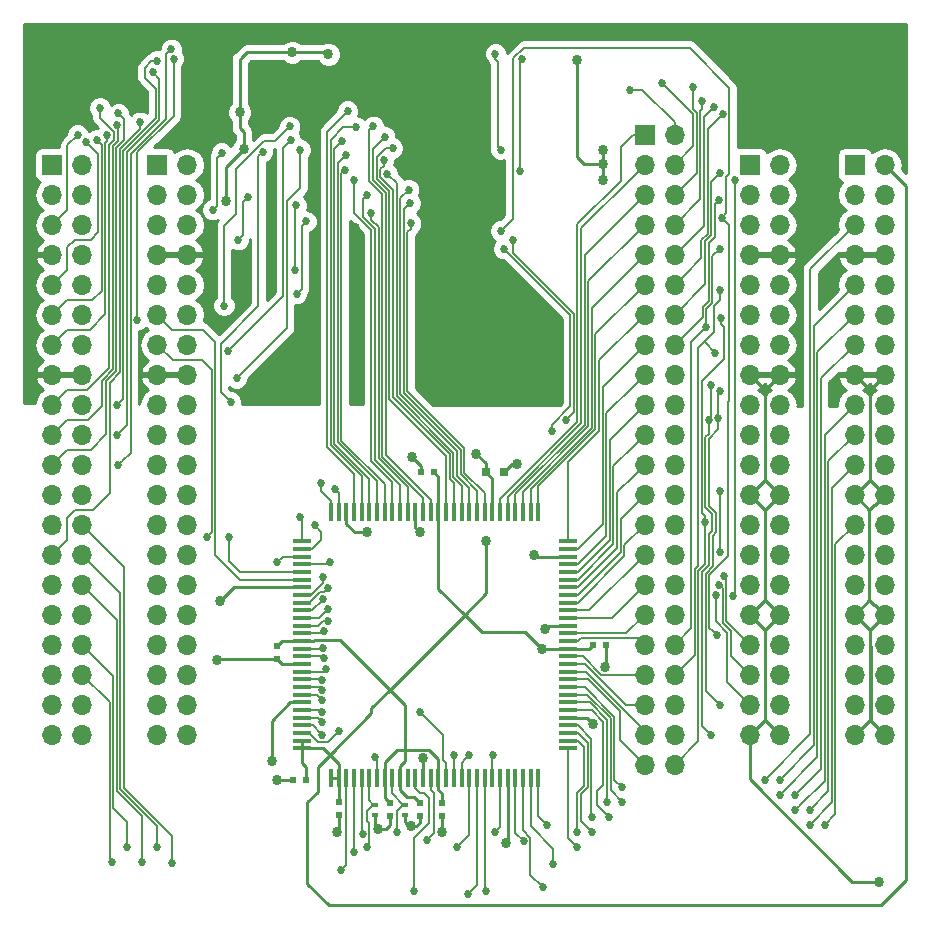
<source format=gbr>
G04 #@! TF.FileFunction,Copper,L2,Bot,Signal*
%FSLAX46Y46*%
G04 Gerber Fmt 4.6, Leading zero omitted, Abs format (unit mm)*
G04 Created by KiCad (PCBNEW 4.0.5+dfsg1-4) date Sat Apr 15 00:30:14 2017*
%MOMM*%
%LPD*%
G01*
G04 APERTURE LIST*
%ADD10C,0.100000*%
%ADD11R,0.406400X1.500000*%
%ADD12R,1.500000X0.406400*%
%ADD13R,1.700000X1.700000*%
%ADD14O,1.700000X1.700000*%
%ADD15R,0.600000X0.500000*%
%ADD16R,0.500000X0.600000*%
%ADD17R,0.800000X0.750000*%
%ADD18R,0.600000X0.400000*%
%ADD19C,0.863600*%
%ADD20C,0.685800*%
%ADD21C,0.254000*%
%ADD22C,0.152400*%
G04 APERTURE END LIST*
D10*
D11*
X77585000Y-92890000D03*
X78235000Y-92890000D03*
X78885000Y-92890000D03*
X79535000Y-92890000D03*
X80185000Y-92890000D03*
X80835000Y-92890000D03*
X81485000Y-92890000D03*
X82135000Y-92890000D03*
X82785000Y-92890000D03*
X83435000Y-92890000D03*
X84085000Y-92890000D03*
X84735000Y-92890000D03*
X85385000Y-92890000D03*
X86035000Y-92890000D03*
X86685000Y-92890000D03*
X87335000Y-92890000D03*
X87985000Y-92890000D03*
X88635000Y-92890000D03*
X89285000Y-92890000D03*
X89935000Y-92890000D03*
X90585000Y-92890000D03*
X91235000Y-92890000D03*
X91885000Y-92890000D03*
X92535000Y-92890000D03*
X93185000Y-92890000D03*
X93835000Y-92890000D03*
X94485000Y-92890000D03*
X95135000Y-92890000D03*
D12*
X97610000Y-95365000D03*
X97610000Y-96015000D03*
X97610000Y-96665000D03*
X97610000Y-97315000D03*
X97610000Y-97965000D03*
X97610000Y-98615000D03*
X97610000Y-99265000D03*
X97610000Y-99915000D03*
X97610000Y-100565000D03*
X97610000Y-101215000D03*
X97610000Y-101865000D03*
X97610000Y-102515000D03*
X97610000Y-103165000D03*
X97610000Y-103815000D03*
X97610000Y-104465000D03*
X97610000Y-105115000D03*
X97610000Y-105765000D03*
X97610000Y-106415000D03*
X97610000Y-107065000D03*
X97610000Y-107715000D03*
X97610000Y-108365000D03*
X97610000Y-109015000D03*
X97610000Y-109665000D03*
X97610000Y-110315000D03*
X97610000Y-110965000D03*
X97610000Y-111615000D03*
X97610000Y-112265000D03*
X97610000Y-112915000D03*
D11*
X95135000Y-115390000D03*
X94485000Y-115390000D03*
X93835000Y-115390000D03*
X93185000Y-115390000D03*
X92535000Y-115390000D03*
X91885000Y-115390000D03*
X91235000Y-115390000D03*
X90585000Y-115390000D03*
X89935000Y-115390000D03*
X89285000Y-115390000D03*
X88635000Y-115390000D03*
X87985000Y-115390000D03*
X87335000Y-115390000D03*
X86685000Y-115390000D03*
X86035000Y-115390000D03*
X85385000Y-115390000D03*
X84735000Y-115390000D03*
X84085000Y-115390000D03*
X83435000Y-115390000D03*
X82785000Y-115390000D03*
X82135000Y-115390000D03*
X81485000Y-115390000D03*
X80835000Y-115390000D03*
X80185000Y-115390000D03*
X79535000Y-115390000D03*
X78885000Y-115390000D03*
X78235000Y-115390000D03*
X77585000Y-115390000D03*
D12*
X75110000Y-112915000D03*
X75110000Y-112265000D03*
X75110000Y-111615000D03*
X75110000Y-110965000D03*
X75110000Y-110315000D03*
X75110000Y-109665000D03*
X75110000Y-109015000D03*
X75110000Y-108365000D03*
X75110000Y-107715000D03*
X75110000Y-107065000D03*
X75110000Y-106415000D03*
X75110000Y-105765000D03*
X75110000Y-105115000D03*
X75110000Y-104465000D03*
X75110000Y-103815000D03*
X75110000Y-103165000D03*
X75110000Y-102515000D03*
X75110000Y-101865000D03*
X75110000Y-101215000D03*
X75110000Y-100565000D03*
X75110000Y-99915000D03*
X75110000Y-99265000D03*
X75110000Y-98615000D03*
X75110000Y-97965000D03*
X75110000Y-97315000D03*
X75110000Y-96665000D03*
X75110000Y-96015000D03*
X75110000Y-95365000D03*
D13*
X53975000Y-63500000D03*
D14*
X56515000Y-63500000D03*
X53975000Y-66040000D03*
X56515000Y-66040000D03*
X53975000Y-68580000D03*
X56515000Y-68580000D03*
X53975000Y-71120000D03*
X56515000Y-71120000D03*
X53975000Y-73660000D03*
X56515000Y-73660000D03*
X53975000Y-76200000D03*
X56515000Y-76200000D03*
X53975000Y-78740000D03*
X56515000Y-78740000D03*
X53975000Y-81280000D03*
X56515000Y-81280000D03*
X53975000Y-83820000D03*
X56515000Y-83820000D03*
X53975000Y-86360000D03*
X56515000Y-86360000D03*
X53975000Y-88900000D03*
X56515000Y-88900000D03*
X53975000Y-91440000D03*
X56515000Y-91440000D03*
X53975000Y-93980000D03*
X56515000Y-93980000D03*
X53975000Y-96520000D03*
X56515000Y-96520000D03*
X53975000Y-99060000D03*
X56515000Y-99060000D03*
X53975000Y-101600000D03*
X56515000Y-101600000D03*
X53975000Y-104140000D03*
X56515000Y-104140000D03*
X53975000Y-106680000D03*
X56515000Y-106680000D03*
X53975000Y-109220000D03*
X56515000Y-109220000D03*
X53975000Y-111760000D03*
X56515000Y-111760000D03*
D15*
X86275000Y-89535000D03*
X85175000Y-89535000D03*
X99780000Y-104140000D03*
X100880000Y-104140000D03*
D16*
X86995000Y-117560000D03*
X86995000Y-118660000D03*
X85090000Y-117560000D03*
X85090000Y-118660000D03*
X82550000Y-117560000D03*
X82550000Y-118660000D03*
X78232000Y-117475000D03*
X78232000Y-118575000D03*
D15*
X75480000Y-115570000D03*
X74380000Y-115570000D03*
D16*
X73025000Y-104225000D03*
X73025000Y-105325000D03*
D17*
X92190000Y-89535000D03*
X90690000Y-89535000D03*
D13*
X104140000Y-60960000D03*
D14*
X106680000Y-60960000D03*
X104140000Y-63500000D03*
X106680000Y-63500000D03*
X104140000Y-66040000D03*
X106680000Y-66040000D03*
X104140000Y-68580000D03*
X106680000Y-68580000D03*
X104140000Y-71120000D03*
X106680000Y-71120000D03*
X104140000Y-73660000D03*
X106680000Y-73660000D03*
X104140000Y-76200000D03*
X106680000Y-76200000D03*
X104140000Y-78740000D03*
X106680000Y-78740000D03*
X104140000Y-81280000D03*
X106680000Y-81280000D03*
X104140000Y-83820000D03*
X106680000Y-83820000D03*
X104140000Y-86360000D03*
X106680000Y-86360000D03*
X104140000Y-88900000D03*
X106680000Y-88900000D03*
X104140000Y-91440000D03*
X106680000Y-91440000D03*
X104140000Y-93980000D03*
X106680000Y-93980000D03*
X104140000Y-96520000D03*
X106680000Y-96520000D03*
X104140000Y-99060000D03*
X106680000Y-99060000D03*
X104140000Y-101600000D03*
X106680000Y-101600000D03*
X104140000Y-104140000D03*
X106680000Y-104140000D03*
X104140000Y-106680000D03*
X106680000Y-106680000D03*
X104140000Y-109220000D03*
X106680000Y-109220000D03*
X104140000Y-111760000D03*
X106680000Y-111760000D03*
X104140000Y-114300000D03*
X106680000Y-114300000D03*
D13*
X113030000Y-63500000D03*
D14*
X115570000Y-63500000D03*
X113030000Y-66040000D03*
X115570000Y-66040000D03*
X113030000Y-68580000D03*
X115570000Y-68580000D03*
X113030000Y-71120000D03*
X115570000Y-71120000D03*
X113030000Y-73660000D03*
X115570000Y-73660000D03*
X113030000Y-76200000D03*
X115570000Y-76200000D03*
X113030000Y-78740000D03*
X115570000Y-78740000D03*
X113030000Y-81280000D03*
X115570000Y-81280000D03*
X113030000Y-83820000D03*
X115570000Y-83820000D03*
X113030000Y-86360000D03*
X115570000Y-86360000D03*
X113030000Y-88900000D03*
X115570000Y-88900000D03*
X113030000Y-91440000D03*
X115570000Y-91440000D03*
X113030000Y-93980000D03*
X115570000Y-93980000D03*
X113030000Y-96520000D03*
X115570000Y-96520000D03*
X113030000Y-99060000D03*
X115570000Y-99060000D03*
X113030000Y-101600000D03*
X115570000Y-101600000D03*
X113030000Y-104140000D03*
X115570000Y-104140000D03*
X113030000Y-106680000D03*
X115570000Y-106680000D03*
X113030000Y-109220000D03*
X115570000Y-109220000D03*
X113030000Y-111760000D03*
X115570000Y-111760000D03*
D13*
X121920000Y-63500000D03*
D14*
X124460000Y-63500000D03*
X121920000Y-66040000D03*
X124460000Y-66040000D03*
X121920000Y-68580000D03*
X124460000Y-68580000D03*
X121920000Y-71120000D03*
X124460000Y-71120000D03*
X121920000Y-73660000D03*
X124460000Y-73660000D03*
X121920000Y-76200000D03*
X124460000Y-76200000D03*
X121920000Y-78740000D03*
X124460000Y-78740000D03*
X121920000Y-81280000D03*
X124460000Y-81280000D03*
X121920000Y-83820000D03*
X124460000Y-83820000D03*
X121920000Y-86360000D03*
X124460000Y-86360000D03*
X121920000Y-88900000D03*
X124460000Y-88900000D03*
X121920000Y-91440000D03*
X124460000Y-91440000D03*
X121920000Y-93980000D03*
X124460000Y-93980000D03*
X121920000Y-96520000D03*
X124460000Y-96520000D03*
X121920000Y-99060000D03*
X124460000Y-99060000D03*
X121920000Y-101600000D03*
X124460000Y-101600000D03*
X121920000Y-104140000D03*
X124460000Y-104140000D03*
X121920000Y-106680000D03*
X124460000Y-106680000D03*
X121920000Y-109220000D03*
X124460000Y-109220000D03*
X121920000Y-111760000D03*
X124460000Y-111760000D03*
D13*
X62865000Y-63500000D03*
D14*
X65405000Y-63500000D03*
X62865000Y-66040000D03*
X65405000Y-66040000D03*
X62865000Y-68580000D03*
X65405000Y-68580000D03*
X62865000Y-71120000D03*
X65405000Y-71120000D03*
X62865000Y-73660000D03*
X65405000Y-73660000D03*
X62865000Y-76200000D03*
X65405000Y-76200000D03*
X62865000Y-78740000D03*
X65405000Y-78740000D03*
X62865000Y-81280000D03*
X65405000Y-81280000D03*
X62865000Y-83820000D03*
X65405000Y-83820000D03*
X62865000Y-86360000D03*
X65405000Y-86360000D03*
X62865000Y-88900000D03*
X65405000Y-88900000D03*
X62865000Y-91440000D03*
X65405000Y-91440000D03*
X62865000Y-93980000D03*
X65405000Y-93980000D03*
X62865000Y-96520000D03*
X65405000Y-96520000D03*
X62865000Y-99060000D03*
X65405000Y-99060000D03*
X62865000Y-101600000D03*
X65405000Y-101600000D03*
X62865000Y-104140000D03*
X65405000Y-104140000D03*
X62865000Y-106680000D03*
X65405000Y-106680000D03*
X62865000Y-109220000D03*
X65405000Y-109220000D03*
X62865000Y-111760000D03*
X65405000Y-111760000D03*
D18*
X81280000Y-117660000D03*
X81280000Y-118560000D03*
X83820000Y-117660000D03*
X83820000Y-118560000D03*
D19*
X69850000Y-59055000D03*
X74295000Y-53975000D03*
X98425000Y-54610000D03*
X100584000Y-63449189D03*
X100584000Y-64770000D03*
X100584000Y-62230000D03*
X90727086Y-95337608D03*
X93328497Y-88864071D03*
X70189974Y-62144026D03*
X77371504Y-54134960D03*
X68684705Y-66548000D03*
X95433000Y-104465000D03*
X87020410Y-120015000D03*
X84353901Y-119521400D03*
X81593601Y-119761419D03*
X72494332Y-71123951D03*
X72481052Y-64457201D03*
X78840254Y-57386160D03*
X72211264Y-55455082D03*
X85372457Y-113739932D03*
X78105000Y-120015000D03*
X73025000Y-115570000D03*
X79756000Y-83185000D03*
X79756000Y-81915000D03*
X79756000Y-80645000D03*
X79783385Y-72723984D03*
X99774002Y-110807348D03*
X72548457Y-113967413D03*
X68218476Y-100433335D03*
X95720063Y-102772393D03*
X94742000Y-96520000D03*
X85090000Y-94615000D03*
X80645000Y-94615000D03*
X92386264Y-120885543D03*
X100766737Y-105994622D03*
X73660000Y-80645000D03*
X74930000Y-80645000D03*
X76200000Y-80645000D03*
X95250000Y-80010000D03*
X93980000Y-80010000D03*
X93980000Y-81280000D03*
X92710000Y-82550000D03*
X92710000Y-81280000D03*
X92710000Y-80010000D03*
X91440000Y-80010000D03*
X91440000Y-81280000D03*
X91440000Y-82550000D03*
X90170000Y-82550000D03*
X90170000Y-81280000D03*
X90170000Y-80010000D03*
X88900000Y-80010000D03*
X88900000Y-81280000D03*
X88900000Y-82550000D03*
X87630000Y-82550000D03*
X87630000Y-81280000D03*
X87630000Y-80010000D03*
X86360000Y-80010000D03*
X86360000Y-81280000D03*
X86360000Y-82550000D03*
X76200000Y-83185000D03*
X74930000Y-83185000D03*
X73660000Y-83185000D03*
X72390000Y-83185000D03*
X71120000Y-83185000D03*
X72390000Y-81915000D03*
X73660000Y-81915000D03*
X74930000Y-81915000D03*
X76200000Y-81915000D03*
X79633951Y-68868175D03*
X89864654Y-87955701D03*
X70358000Y-71120000D03*
X76200000Y-72644000D03*
X123952000Y-124206000D03*
X72754736Y-60198000D03*
X84455000Y-88265000D03*
X67945000Y-105410000D03*
D20*
X102870000Y-57150000D03*
X105629586Y-56598219D03*
X108253603Y-56890776D03*
X109031735Y-58064177D03*
X109982000Y-58635687D03*
X110744000Y-59182000D03*
X110555415Y-64152229D03*
X110464292Y-66483643D03*
X110821664Y-98323718D03*
X110462538Y-99081100D03*
X110174282Y-99909207D03*
X111622104Y-100043074D03*
X111760000Y-64770000D03*
X110234925Y-103334915D03*
X110647464Y-68009682D03*
X91948000Y-69088000D03*
X109355128Y-77254106D03*
X110491343Y-70612000D03*
X110138972Y-79416045D03*
X110491341Y-74074887D03*
X110531868Y-82641239D03*
X110372409Y-84914363D03*
X110490000Y-109220000D03*
X109552805Y-85090000D03*
X109722931Y-82113346D03*
X109728000Y-111760000D03*
X110590176Y-76455117D03*
X109245390Y-93726000D03*
X110540940Y-91114984D03*
X110491343Y-96266000D03*
X82326838Y-64262476D03*
X67564000Y-67310000D03*
X68326000Y-62484000D03*
X78994000Y-58928000D03*
X56134000Y-60960000D03*
X70564946Y-66184171D03*
X84177063Y-65592010D03*
X69719187Y-69850000D03*
X56841604Y-61596559D03*
X79735684Y-60306422D03*
X74618914Y-66916704D03*
X84283921Y-66741556D03*
X74544164Y-72390000D03*
X57766577Y-61368343D03*
X78516603Y-61480869D03*
X84336877Y-68432346D03*
X75476680Y-68290234D03*
X74676000Y-74422000D03*
X58661407Y-60994225D03*
X78858508Y-62678490D03*
X61193768Y-76633413D03*
X64262000Y-54510725D03*
X91502396Y-54095375D03*
X91940180Y-62207266D03*
X78738098Y-63903131D03*
X58017446Y-58679947D03*
X59471486Y-83837907D03*
X62842191Y-54705904D03*
X59463267Y-60155286D03*
X79527711Y-64767581D03*
X59479724Y-86385856D03*
X62513522Y-55669002D03*
X80662454Y-66040000D03*
X59587420Y-59148596D03*
X59571795Y-88945435D03*
X64054565Y-53698586D03*
X93743802Y-54543780D03*
X93554648Y-64008000D03*
X64116410Y-122576182D03*
X80264000Y-120142000D03*
X80967265Y-67564000D03*
X61409269Y-59878373D03*
X62871866Y-121256965D03*
X79557073Y-121657165D03*
X81164127Y-60233433D03*
X68527609Y-75423605D03*
X74088247Y-60249794D03*
X61552649Y-122551291D03*
X78409596Y-123235710D03*
X82144848Y-61128214D03*
X68834000Y-79248000D03*
X74167782Y-61392805D03*
X60283213Y-121269411D03*
X80645000Y-121285000D03*
X82807087Y-62088714D03*
X69598747Y-81582341D03*
X74983074Y-62231574D03*
X59020909Y-122544010D03*
X83185000Y-120015000D03*
X82063966Y-63074490D03*
X71788897Y-62393706D03*
X69088000Y-83566000D03*
X96283500Y-85998244D03*
X92202000Y-70612000D03*
X97471111Y-85133939D03*
X92964000Y-69850000D03*
X102235000Y-116205000D03*
X114299743Y-115572810D03*
X102235000Y-117432561D03*
X115567775Y-115549108D03*
X100965000Y-117475000D03*
X115570000Y-116840000D03*
X101142822Y-118752032D03*
X116847662Y-116852695D03*
X99695000Y-118745000D03*
X116835810Y-118156282D03*
X99695000Y-120015000D03*
X118103844Y-118097028D03*
X98425000Y-120015000D03*
X118103844Y-119365063D03*
X98425000Y-121285000D03*
X119380000Y-119380000D03*
X95885000Y-119380000D03*
X96408708Y-122690929D03*
X95504000Y-124649553D03*
X90678000Y-124954364D03*
X89154000Y-125222000D03*
X68949136Y-94998128D03*
X67056000Y-94996000D03*
X84582000Y-124968000D03*
X76708000Y-90424000D03*
X77925075Y-90984925D03*
X93892158Y-120758238D03*
X91440000Y-120015000D03*
X91268402Y-113450563D03*
X88265000Y-121285000D03*
X89270082Y-113468729D03*
X87980258Y-113438452D03*
X85128597Y-109823859D03*
X85725000Y-120650000D03*
X81280000Y-113665000D03*
X78272649Y-111416152D03*
X76835000Y-111760000D03*
X76835000Y-110693203D03*
X76835000Y-109855000D03*
X76834945Y-108814544D03*
X76833727Y-107976333D03*
X76853272Y-107138349D03*
X77144214Y-106208447D03*
X76955702Y-105233381D03*
X76936434Y-104395391D03*
X76955583Y-102968122D03*
X77362696Y-102121585D03*
X77349772Y-101100570D03*
X76866450Y-100271030D03*
X77323923Y-99304101D03*
X76871575Y-98438178D03*
X77470000Y-97155000D03*
X73025000Y-97155000D03*
X76200000Y-93980000D03*
X74930000Y-93345000D03*
D21*
X86685000Y-116394000D02*
X86995000Y-116704000D01*
X86685000Y-115390000D02*
X86685000Y-116394000D01*
X86995000Y-116704000D02*
X86995000Y-117006000D01*
X86995000Y-117006000D02*
X86995000Y-117560000D01*
X77470000Y-113474886D02*
X81000085Y-109944801D01*
X81000085Y-109944801D02*
X81000085Y-109499915D01*
X81000085Y-109499915D02*
X82550000Y-107950000D01*
X69850000Y-59055000D02*
X69850000Y-60359073D01*
X69850000Y-60359073D02*
X70189974Y-60699047D01*
X70189974Y-60699047D02*
X70189974Y-62144026D01*
X76114000Y-103815000D02*
X75110000Y-103815000D01*
X76155910Y-103773090D02*
X76114000Y-103815000D01*
X82550000Y-107950000D02*
X78373090Y-103773090D01*
X78373090Y-103773090D02*
X76155910Y-103773090D01*
X69850000Y-59055000D02*
X69850000Y-54610000D01*
X69850000Y-54610000D02*
X69968734Y-54491266D01*
X70485000Y-53975000D02*
X69968734Y-54491266D01*
X74295000Y-53975000D02*
X70485000Y-53975000D01*
X74295000Y-53975000D02*
X77211544Y-53975000D01*
X77211544Y-53975000D02*
X77371504Y-54134960D01*
X98425000Y-58547000D02*
X98425000Y-54610000D01*
X86685000Y-99385000D02*
X86685000Y-92890000D01*
X88900000Y-101600000D02*
X86685000Y-99385000D01*
X90727086Y-99772914D02*
X88900000Y-101600000D01*
X88900000Y-101600000D02*
X82550000Y-107950000D01*
X95433000Y-104465000D02*
X94021000Y-103053000D01*
X94021000Y-103053000D02*
X90353000Y-103053000D01*
X90353000Y-103053000D02*
X88900000Y-101600000D01*
X90727086Y-95337608D02*
X90727086Y-99772914D01*
X82550000Y-107950000D02*
X83820000Y-109220000D01*
X83820000Y-113028722D02*
X83820000Y-109220000D01*
X83186278Y-113028722D02*
X83820000Y-113028722D01*
X83820000Y-113028722D02*
X85864967Y-113028722D01*
X83435000Y-115390000D02*
X83435000Y-114386000D01*
X83435000Y-114386000D02*
X83820000Y-114001000D01*
X83820000Y-114001000D02*
X83820000Y-113028722D01*
X82135000Y-115390000D02*
X82135000Y-114080000D01*
X82135000Y-114080000D02*
X83186278Y-113028722D01*
X85864967Y-113028722D02*
X86685000Y-113848755D01*
X86685000Y-113848755D02*
X86685000Y-115390000D01*
X76910114Y-112915000D02*
X77470000Y-113474886D01*
X75110000Y-112915000D02*
X76910114Y-112915000D01*
X77470000Y-113474886D02*
X78235000Y-114239886D01*
X76454000Y-114490886D02*
X77470000Y-113474886D01*
X78235000Y-114239886D02*
X78235000Y-115390000D01*
X124460000Y-63500000D02*
X126279529Y-65319529D01*
X126279529Y-65319529D02*
X126279529Y-124086473D01*
X126279529Y-124086473D02*
X124166101Y-126199901D01*
X124166101Y-126199901D02*
X77389494Y-126199901D01*
X76454000Y-116586000D02*
X76454000Y-114490886D01*
X77389494Y-126199901D02*
X75565000Y-124375407D01*
X75565000Y-124375407D02*
X75565000Y-117475000D01*
X75565000Y-117475000D02*
X76454000Y-116586000D01*
X75480000Y-115570000D02*
X75480000Y-114513859D01*
X75480000Y-114513859D02*
X75110000Y-114143859D01*
X75110000Y-114143859D02*
X75110000Y-112915000D01*
X98425000Y-62865000D02*
X98425000Y-58547000D01*
X99009189Y-63449189D02*
X98425000Y-62865000D01*
X100584000Y-63449189D02*
X99009189Y-63449189D01*
X100584000Y-64770000D02*
X100584000Y-63449189D01*
X100584000Y-62230000D02*
X100584000Y-63449189D01*
X92885929Y-88864071D02*
X93328497Y-88864071D01*
X92215000Y-89535000D02*
X92885929Y-88864071D01*
X92190000Y-89535000D02*
X92215000Y-89535000D01*
X78235000Y-115390000D02*
X78235000Y-117472000D01*
X78235000Y-117472000D02*
X78232000Y-117475000D01*
X70189974Y-62144026D02*
X68684705Y-63649295D01*
X68684705Y-63649295D02*
X68684705Y-66548000D01*
X77585000Y-115390000D02*
X78235000Y-115390000D01*
X97610000Y-104465000D02*
X95433000Y-104465000D01*
X99780000Y-104140000D02*
X99455000Y-104465000D01*
X99455000Y-104465000D02*
X97610000Y-104465000D01*
X86685000Y-92890000D02*
X86685000Y-89945000D01*
X86685000Y-89945000D02*
X86275000Y-89535000D01*
X75110000Y-103815000D02*
X73435000Y-103815000D01*
X73435000Y-103815000D02*
X73025000Y-104225000D01*
X75110000Y-112265000D02*
X75110000Y-112915000D01*
X83435000Y-115390000D02*
X83435000Y-116394000D01*
X83435000Y-116394000D02*
X84047000Y-117006000D01*
X85090000Y-117510000D02*
X85090000Y-117560000D01*
X84047000Y-117006000D02*
X84586000Y-117006000D01*
X84586000Y-117006000D02*
X85090000Y-117510000D01*
X82135000Y-115390000D02*
X82135000Y-117145000D01*
X82135000Y-117145000D02*
X82550000Y-117560000D01*
X86995000Y-119989590D02*
X87020410Y-120015000D01*
X86995000Y-118660000D02*
X86995000Y-119989590D01*
X83820000Y-118560000D02*
X83820000Y-119122625D01*
X83820000Y-119122625D02*
X84218775Y-119521400D01*
X84218775Y-119521400D02*
X84353901Y-119521400D01*
X84821600Y-119521400D02*
X85090000Y-119253000D01*
X85090000Y-119253000D02*
X85090000Y-119214000D01*
X84353901Y-119521400D02*
X84821600Y-119521400D01*
X85090000Y-118660000D02*
X85090000Y-119214000D01*
X81593601Y-119761419D02*
X82204258Y-119761419D01*
X82204258Y-119761419D02*
X82550000Y-119415677D01*
X82550000Y-119415677D02*
X82550000Y-119380000D01*
X82550000Y-118660000D02*
X82550000Y-119380000D01*
X81280000Y-118560000D02*
X81280000Y-119447818D01*
X81280000Y-119447818D02*
X81593601Y-119761419D01*
X72269947Y-70899566D02*
X72269947Y-64668306D01*
X72494332Y-71123951D02*
X72269947Y-70899566D01*
X72269947Y-64668306D02*
X72481052Y-64457201D01*
X85385000Y-115390000D02*
X85385000Y-113752475D01*
X85385000Y-113752475D02*
X85372457Y-113739932D01*
X78232000Y-118575000D02*
X78232000Y-119888000D01*
X78232000Y-119888000D02*
X78105000Y-120015000D01*
X74380000Y-115570000D02*
X73025000Y-115570000D01*
X79633951Y-72574550D02*
X79783385Y-72723984D01*
X79633951Y-68868175D02*
X79633951Y-72574550D01*
X114300000Y-82550000D02*
X114300000Y-90170000D01*
X115570000Y-91440000D02*
X114300000Y-90170000D01*
X115570000Y-81280000D02*
X114300000Y-82550000D01*
X114300000Y-90170000D02*
X113030000Y-91440000D01*
X114300000Y-82550000D02*
X113030000Y-81280000D01*
X114300000Y-92710000D02*
X114300000Y-100330000D01*
X115570000Y-101600000D02*
X114300000Y-100330000D01*
X115570000Y-91440000D02*
X114300000Y-92710000D01*
X114300000Y-100330000D02*
X113030000Y-101600000D01*
X114300000Y-92710000D02*
X113030000Y-91440000D01*
X114300000Y-102870000D02*
X114300000Y-110490000D01*
X115570000Y-111760000D02*
X114300000Y-110490000D01*
X115570000Y-101600000D02*
X114300000Y-102870000D01*
X114300000Y-110490000D02*
X113030000Y-111760000D01*
X114300000Y-102870000D02*
X113030000Y-101600000D01*
X123190000Y-82550000D02*
X123190000Y-90170000D01*
X124460000Y-91440000D02*
X123190000Y-90170000D01*
X124460000Y-81280000D02*
X123190000Y-82550000D01*
X123190000Y-90170000D02*
X121920000Y-91440000D01*
X123190000Y-82550000D02*
X121920000Y-81280000D01*
X99281654Y-110315000D02*
X99774002Y-110807348D01*
X97610000Y-110315000D02*
X99281654Y-110315000D01*
X72548457Y-110572543D02*
X72548457Y-113967413D01*
X74106000Y-109015000D02*
X72548457Y-110572543D01*
X75110000Y-109015000D02*
X74106000Y-109015000D01*
X69386811Y-99265000D02*
X68218476Y-100433335D01*
X75110000Y-99265000D02*
X69386811Y-99265000D01*
X95977456Y-102515000D02*
X95720063Y-102772393D01*
X97610000Y-102515000D02*
X95977456Y-102515000D01*
X97610000Y-96665000D02*
X94887000Y-96665000D01*
X94887000Y-96665000D02*
X94742000Y-96520000D01*
X84735000Y-92890000D02*
X84735000Y-94260000D01*
X84735000Y-94260000D02*
X85090000Y-94615000D01*
X78885000Y-92890000D02*
X78885000Y-93894000D01*
X78885000Y-93894000D02*
X79606000Y-94615000D01*
X79606000Y-94615000D02*
X80645000Y-94615000D01*
X92535000Y-115390000D02*
X92535000Y-120736807D01*
X92535000Y-120736807D02*
X92386264Y-120885543D01*
X100880000Y-105881359D02*
X100766737Y-105994622D01*
X100880000Y-104140000D02*
X100880000Y-105881359D01*
X123190000Y-102870000D02*
X123190000Y-104140000D01*
X123190000Y-104140000D02*
X123190000Y-110490000D01*
X124460000Y-111760000D02*
X123330599Y-110630599D01*
X123330599Y-104280599D02*
X123190000Y-104140000D01*
X123330599Y-110630599D02*
X123330599Y-104280599D01*
X124460000Y-101600000D02*
X123190000Y-102870000D01*
X123190000Y-110490000D02*
X121920000Y-111760000D01*
X121920000Y-101600000D02*
X123190000Y-102870000D01*
X123952000Y-124206000D02*
X121717166Y-124206000D01*
X113030000Y-115518834D02*
X121717166Y-124206000D01*
X113030000Y-111760000D02*
X113030000Y-115518834D01*
X123175707Y-92695707D02*
X123175707Y-92710000D01*
X123175707Y-92710000D02*
X123175707Y-100330000D01*
X124460000Y-91440000D02*
X123610001Y-92289999D01*
X123610001Y-92289999D02*
X123595708Y-92289999D01*
X123595708Y-92289999D02*
X123175707Y-92710000D01*
X123175707Y-100330000D02*
X123175707Y-100344293D01*
X124460000Y-101600000D02*
X123610001Y-100750001D01*
X123595708Y-100750001D02*
X123175707Y-100330000D01*
X123610001Y-100750001D02*
X123595708Y-100750001D01*
X121920000Y-91440000D02*
X123175707Y-92695707D01*
X123175707Y-100344293D02*
X121920000Y-101600000D01*
X76200000Y-72644000D02*
X76200000Y-80645000D01*
X93980000Y-81280000D02*
X93980000Y-80010000D01*
X92710000Y-81280000D02*
X92710000Y-82550000D01*
X91440000Y-80010000D02*
X92710000Y-80010000D01*
X91440000Y-82550000D02*
X91440000Y-81280000D01*
X90170000Y-81280000D02*
X90170000Y-82550000D01*
X88900000Y-80010000D02*
X90170000Y-80010000D01*
X88900000Y-82550000D02*
X88900000Y-81280000D01*
X87630000Y-81280000D02*
X87630000Y-82550000D01*
X86360000Y-80010000D02*
X87630000Y-80010000D01*
X86360000Y-82550000D02*
X86360000Y-81280000D01*
X90690000Y-88781047D02*
X89864654Y-87955701D01*
X90690000Y-89535000D02*
X90690000Y-88781047D01*
X91235000Y-92890000D02*
X91235000Y-90080000D01*
X91235000Y-90080000D02*
X90690000Y-89535000D01*
X85175000Y-89535000D02*
X85175000Y-88985000D01*
X85175000Y-88985000D02*
X84455000Y-88265000D01*
X73025000Y-105325000D02*
X68030000Y-105325000D01*
X68030000Y-105325000D02*
X67945000Y-105410000D01*
X75110000Y-105765000D02*
X73465000Y-105765000D01*
X73465000Y-105765000D02*
X73025000Y-105325000D01*
D22*
X104140000Y-60960000D02*
X103137600Y-60960000D01*
X98453675Y-68551325D02*
X98453675Y-85256174D01*
X102127119Y-64877881D02*
X98453675Y-68551325D01*
X102127119Y-61970481D02*
X102127119Y-64877881D01*
X103137600Y-60960000D02*
X102127119Y-61970481D01*
X91885000Y-91824849D02*
X91885000Y-92890000D01*
X98453675Y-85256174D02*
X91885000Y-91824849D01*
X102870000Y-57150000D02*
X103919583Y-57150000D01*
X103919583Y-57150000D02*
X106680000Y-59910417D01*
X106680000Y-59910417D02*
X106680000Y-60960000D01*
X98758486Y-85382430D02*
X98758486Y-68881514D01*
X98758486Y-68881514D02*
X103290001Y-64349999D01*
X103290001Y-64349999D02*
X104140000Y-63500000D01*
X92535000Y-91605916D02*
X98758486Y-85382430D01*
X92535000Y-92890000D02*
X92535000Y-91605916D01*
X108247088Y-59215721D02*
X105629586Y-56598219D01*
X108247088Y-61932912D02*
X108247088Y-59215721D01*
X106680000Y-63500000D02*
X108247088Y-61932912D01*
X93185000Y-92890000D02*
X93185000Y-91386983D01*
X93185000Y-91386983D02*
X99063297Y-85508686D01*
X99063297Y-85508686D02*
X99063297Y-71116703D01*
X99063297Y-71116703D02*
X103290001Y-66889999D01*
X103290001Y-66889999D02*
X104140000Y-66040000D01*
X106680000Y-66040000D02*
X108551899Y-64168101D01*
X108551899Y-59089465D02*
X108253603Y-58791169D01*
X108253603Y-58791169D02*
X108253603Y-56890776D01*
X108551899Y-64168101D02*
X108551899Y-59089465D01*
X99368108Y-73351892D02*
X104140000Y-68580000D01*
X99368108Y-85634942D02*
X99368108Y-73351892D01*
X93835000Y-91168050D02*
X99368108Y-85634942D01*
X93835000Y-92890000D02*
X93835000Y-91168050D01*
X106680000Y-68580000D02*
X108856710Y-66403290D01*
X108856710Y-66403290D02*
X108856710Y-58930206D01*
X108856710Y-58930206D02*
X109031735Y-58755181D01*
X109031735Y-58755181D02*
X109031735Y-58064177D01*
X94485000Y-90949117D02*
X99672919Y-85761198D01*
X94485000Y-92890000D02*
X94485000Y-90949117D01*
X99672919Y-85761198D02*
X99672919Y-75587081D01*
X99672919Y-75587081D02*
X104140000Y-71120000D01*
X109161521Y-59456166D02*
X109982000Y-58635687D01*
X106680000Y-71120000D02*
X109161521Y-68638479D01*
X109161521Y-68638479D02*
X109161521Y-59456166D01*
X95135000Y-92890000D02*
X95135000Y-90730184D01*
X95135000Y-90730184D02*
X99977730Y-85887454D01*
X99977730Y-85887454D02*
X99977730Y-77822270D01*
X99977730Y-77822270D02*
X104140000Y-73660000D01*
X107529999Y-72810001D02*
X106680000Y-73660000D01*
X109466332Y-69343119D02*
X108950532Y-69858919D01*
X108950532Y-71389468D02*
X107529999Y-72810001D01*
X109466332Y-60459668D02*
X109466332Y-69343119D01*
X110744000Y-59182000D02*
X109466332Y-60459668D01*
X108950532Y-69858919D02*
X108950532Y-71389468D01*
X97610000Y-95365000D02*
X97610000Y-88686251D01*
X97610000Y-88686251D02*
X100282541Y-86013710D01*
X100282541Y-86013710D02*
X100282541Y-80057459D01*
X100282541Y-80057459D02*
X104140000Y-76200000D01*
X106680000Y-76200000D02*
X109255343Y-73624657D01*
X109255343Y-69985175D02*
X109771143Y-69469375D01*
X110212516Y-64495128D02*
X110555415Y-64152229D01*
X109771143Y-69469375D02*
X109771143Y-64936501D01*
X109255343Y-73624657D02*
X109255343Y-69985175D01*
X109771143Y-64936501D02*
X110212516Y-64495128D01*
X97610000Y-96015000D02*
X98512400Y-96015000D01*
X98512400Y-96015000D02*
X100587352Y-93940048D01*
X100587352Y-93940048D02*
X100587352Y-82292648D01*
X100587352Y-82292648D02*
X104140000Y-78740000D01*
X110075954Y-66871981D02*
X110121393Y-66826542D01*
X110075954Y-69595631D02*
X110075954Y-66871981D01*
X109560154Y-70111431D02*
X110075954Y-69595631D01*
X109050317Y-76369683D02*
X109050317Y-75561750D01*
X110121393Y-66826542D02*
X110464292Y-66483643D01*
X106680000Y-78740000D02*
X109050317Y-76369683D01*
X109560154Y-75051913D02*
X109560154Y-70111431D01*
X109050317Y-75561750D02*
X109560154Y-75051913D01*
X97610000Y-97315000D02*
X98512400Y-97315000D01*
X98512400Y-97315000D02*
X100892163Y-94935237D01*
X100892163Y-94935237D02*
X100892163Y-84527837D01*
X100892163Y-84527837D02*
X103290001Y-82129999D01*
X103290001Y-82129999D02*
X104140000Y-81280000D01*
X103290001Y-84669999D02*
X104140000Y-83820000D01*
X101196974Y-86763026D02*
X103290001Y-84669999D01*
X101196974Y-95280426D02*
X101196974Y-86763026D01*
X98512400Y-97965000D02*
X101196974Y-95280426D01*
X97610000Y-97965000D02*
X98512400Y-97965000D01*
X97610000Y-98615000D02*
X98512400Y-98615000D01*
X98512400Y-98615000D02*
X101501785Y-95625615D01*
X101501785Y-95625615D02*
X101501785Y-88998215D01*
X101501785Y-88998215D02*
X103290001Y-87209999D01*
X103290001Y-87209999D02*
X104140000Y-86360000D01*
X97610000Y-99265000D02*
X98512400Y-99265000D01*
X101806596Y-95970804D02*
X101806596Y-91233404D01*
X101806596Y-91233404D02*
X103290001Y-89749999D01*
X103290001Y-89749999D02*
X104140000Y-88900000D01*
X98512400Y-99265000D02*
X101806596Y-95970804D01*
X98512400Y-99915000D02*
X102111407Y-96315993D01*
X97610000Y-99915000D02*
X98512400Y-99915000D01*
X102111407Y-96315993D02*
X102111407Y-93468593D01*
X102111407Y-93468593D02*
X103290001Y-92289999D01*
X103290001Y-92289999D02*
X104140000Y-91440000D01*
X111050603Y-98552657D02*
X110821664Y-98323718D01*
X111050603Y-102160603D02*
X111050603Y-98552657D01*
X113030000Y-104140000D02*
X111050603Y-102160603D01*
X97610000Y-100565000D02*
X98512400Y-100565000D01*
X98512400Y-100565000D02*
X102418999Y-96658401D01*
X102418999Y-96658401D02*
X102418999Y-95701001D01*
X102418999Y-95701001D02*
X104140000Y-93980000D01*
X113030000Y-106680000D02*
X111445370Y-105095370D01*
X110745792Y-99364354D02*
X110462538Y-99081100D01*
X110745792Y-102286859D02*
X110745792Y-99364354D01*
X111445370Y-105095370D02*
X111445370Y-102986436D01*
X111445370Y-102986436D02*
X110745792Y-102286859D01*
X97610000Y-101215000D02*
X99445000Y-101215000D01*
X99445000Y-101215000D02*
X104140000Y-96520000D01*
X110174282Y-102146416D02*
X110174282Y-99909207D01*
X111137398Y-107327398D02*
X111137398Y-103109532D01*
X111137398Y-103109532D02*
X110174282Y-102146416D01*
X113030000Y-109220000D02*
X111137398Y-107327398D01*
X97610000Y-101865000D02*
X101335000Y-101865000D01*
X101335000Y-101865000D02*
X104140000Y-99060000D01*
X111760000Y-64770000D02*
X111760000Y-99905178D01*
X111760000Y-99905178D02*
X111622104Y-100043074D01*
X97610000Y-103165000D02*
X102575000Y-103165000D01*
X102575000Y-103165000D02*
X104140000Y-101600000D01*
X91948000Y-69088000D02*
X92983138Y-68052862D01*
X92983138Y-68052862D02*
X92983138Y-54496205D01*
X92983138Y-54496205D02*
X93885343Y-53594000D01*
X107950000Y-53594000D02*
X111322986Y-56966986D01*
X93885343Y-53594000D02*
X107950000Y-53594000D01*
X111322986Y-56966986D02*
X111322986Y-64261786D01*
X111322986Y-64261786D02*
X111045797Y-64538975D01*
X111045797Y-64538975D02*
X111045797Y-67611349D01*
X111045797Y-67611349D02*
X110647464Y-68009682D01*
X111229416Y-96613010D02*
X109602781Y-98239645D01*
X110647464Y-68009682D02*
X111240417Y-68602635D01*
X111240417Y-68602635D02*
X111240417Y-83482441D01*
X111240417Y-83482441D02*
X111229416Y-83493442D01*
X111229416Y-83493442D02*
X111229416Y-96613010D01*
X109602781Y-98239645D02*
X109602781Y-102702771D01*
X109602781Y-102702771D02*
X109892026Y-102992016D01*
X109892026Y-102992016D02*
X110234925Y-103334915D01*
X98512400Y-103815000D02*
X98767601Y-103559799D01*
X98767601Y-103559799D02*
X103559799Y-103559799D01*
X97610000Y-103815000D02*
X98512400Y-103815000D01*
X103559799Y-103559799D02*
X104140000Y-104140000D01*
X109355128Y-76769173D02*
X109355128Y-77254106D01*
X110491343Y-70612000D02*
X109864965Y-71238378D01*
X109355128Y-75688006D02*
X109355128Y-76769173D01*
X109864965Y-71238378D02*
X109864965Y-75178169D01*
X109864965Y-75178169D02*
X109355128Y-75688006D01*
X106680000Y-104140000D02*
X108078726Y-102741274D01*
X108078726Y-102741274D02*
X108078726Y-78530508D01*
X108078726Y-78530508D02*
X109012229Y-77597005D01*
X109012229Y-77597005D02*
X109355128Y-77254106D01*
X100474719Y-106680000D02*
X104140000Y-106680000D01*
X97610000Y-105115000D02*
X98909719Y-105115000D01*
X98909719Y-105115000D02*
X100474719Y-106680000D01*
X108383537Y-97770768D02*
X108383537Y-104976463D01*
X108383540Y-97734620D02*
X108383537Y-97770768D01*
X108672646Y-97445513D02*
X108383540Y-97734620D01*
X108672646Y-81699767D02*
X108672646Y-97445513D01*
X108676484Y-81695929D02*
X108672646Y-81699767D01*
X108676484Y-78984891D02*
X108676484Y-81695929D01*
X107529999Y-105830001D02*
X106680000Y-106680000D01*
X108383537Y-104976463D02*
X107529999Y-105830001D01*
X109220000Y-78441375D02*
X108676484Y-78984891D01*
X110015195Y-77646180D02*
X109220000Y-78441375D01*
X109220000Y-78441375D02*
X109220000Y-78497073D01*
X109220000Y-78497073D02*
X110138972Y-79416045D01*
X110491341Y-74074887D02*
X110491341Y-74982859D01*
X110491341Y-74982859D02*
X110015195Y-75459005D01*
X110015195Y-75459005D02*
X110015195Y-77646180D01*
X102583652Y-109220000D02*
X104140000Y-109220000D01*
X99128652Y-105765000D02*
X102583652Y-109220000D01*
X97610000Y-105765000D02*
X99128652Y-105765000D01*
X110372409Y-85890696D02*
X110372409Y-85399296D01*
X109919839Y-97491521D02*
X109919839Y-94890589D01*
X109297971Y-108027971D02*
X109297971Y-98113389D01*
X109587079Y-92350840D02*
X109587079Y-86676026D01*
X109587079Y-86676026D02*
X110372409Y-85890696D01*
X110186532Y-92950293D02*
X109587079Y-92350840D01*
X109297971Y-98113389D02*
X109919839Y-97491521D01*
X110372409Y-85399296D02*
X110372409Y-84914363D01*
X110490000Y-109220000D02*
X109297971Y-108027971D01*
X109919839Y-94890589D02*
X110186532Y-94623897D01*
X110186532Y-94623897D02*
X110186532Y-92950293D01*
X110372409Y-82800698D02*
X110531868Y-82641239D01*
X110372409Y-84914363D02*
X110372409Y-82800698D01*
X97610000Y-106415000D02*
X99151716Y-106415000D01*
X99151716Y-106415000D02*
X104140000Y-111403284D01*
X104140000Y-111403284D02*
X104140000Y-111760000D01*
X109881721Y-94497641D02*
X109881721Y-93076549D01*
X109601626Y-97378667D02*
X109601626Y-94777736D01*
X108993160Y-111025160D02*
X108993159Y-97987133D01*
X108993159Y-97987133D02*
X109601626Y-97378667D01*
X109728000Y-111760000D02*
X108993160Y-111025160D01*
X109601626Y-94777736D02*
X109881721Y-94497641D01*
X109552805Y-86279234D02*
X109552805Y-85090000D01*
X109881721Y-93076549D02*
X109282268Y-92477097D01*
X109282268Y-92477097D02*
X109282268Y-86549771D01*
X109282268Y-86549771D02*
X109552805Y-86279234D01*
X109722931Y-84919874D02*
X109552805Y-85090000D01*
X109722931Y-82113346D02*
X109722931Y-84919874D01*
X97610000Y-107065000D02*
X99353562Y-107065000D01*
X99353562Y-107065000D02*
X102017139Y-109728577D01*
X102017139Y-109728577D02*
X102017139Y-112177139D01*
X102017139Y-112177139D02*
X104140000Y-114300000D01*
X109245390Y-93726000D02*
X109245390Y-93241067D01*
X109245390Y-93241067D02*
X108977457Y-92973134D01*
X108977457Y-92973134D02*
X108977457Y-81826023D01*
X108977457Y-81826023D02*
X110879630Y-79923850D01*
X110879630Y-79923850D02*
X110879630Y-77229504D01*
X110879630Y-77229504D02*
X110590176Y-76940050D01*
X110590176Y-76940050D02*
X110590176Y-76455117D01*
X106680000Y-114300000D02*
X108688348Y-112291652D01*
X109245390Y-94210933D02*
X109245390Y-93726000D01*
X108688348Y-112291652D02*
X108688350Y-97860875D01*
X109245390Y-97303835D02*
X109245390Y-94210933D01*
X108688350Y-97860875D02*
X109245390Y-97303835D01*
X110491343Y-96266000D02*
X110491343Y-91164581D01*
X110491343Y-91164581D02*
X110540940Y-91114984D01*
X68326000Y-62484000D02*
X67927379Y-62882621D01*
X67927379Y-62882621D02*
X67927379Y-66946621D01*
X67927379Y-66946621D02*
X67564000Y-67310000D01*
X83135736Y-68156240D02*
X83135736Y-65071374D01*
X83135736Y-65071374D02*
X82326838Y-64262476D01*
X88635000Y-92890000D02*
X88635000Y-90651509D01*
X88635000Y-90651509D02*
X87944340Y-89960849D01*
X87944340Y-89960849D02*
X87944340Y-87868669D01*
X87944340Y-87868669D02*
X83136222Y-83060552D01*
X83136222Y-83060552D02*
X83136222Y-68156726D01*
X83136222Y-68156726D02*
X83135736Y-68156240D01*
X78651101Y-59270899D02*
X78994000Y-58928000D01*
X77243362Y-60678638D02*
X78651101Y-59270899D01*
X79535000Y-92890000D02*
X79535000Y-89646506D01*
X77243362Y-87354867D02*
X77243362Y-60678638D01*
X79535000Y-89646506D02*
X77243362Y-87354867D01*
X56134000Y-60960000D02*
X55272739Y-61821261D01*
X55272739Y-61821261D02*
X55272739Y-67282261D01*
X55272739Y-67282261D02*
X53975000Y-68580000D01*
X69719187Y-69850000D02*
X70134913Y-69434274D01*
X70134913Y-69434274D02*
X70134913Y-66614204D01*
X70134913Y-66614204D02*
X70564946Y-66184171D01*
X83440547Y-66328526D02*
X84177063Y-65592010D01*
X83440547Y-68029984D02*
X83440547Y-66328526D01*
X83441033Y-68030470D02*
X83440547Y-68029984D01*
X83441033Y-82934296D02*
X83441033Y-68030470D01*
X88249151Y-87742413D02*
X83441033Y-82934296D01*
X89285000Y-92890000D02*
X89285000Y-90870442D01*
X89285000Y-90870442D02*
X88249151Y-89834593D01*
X88249151Y-89834593D02*
X88249151Y-87742413D01*
X79250751Y-60306422D02*
X79735684Y-60306422D01*
X77548173Y-87228611D02*
X77548173Y-61368862D01*
X78610613Y-60306422D02*
X79250751Y-60306422D01*
X77548173Y-61368862D02*
X78610613Y-60306422D01*
X80185000Y-89865439D02*
X77548173Y-87228611D01*
X80185000Y-92890000D02*
X80185000Y-89865439D01*
X57184503Y-61939458D02*
X56841604Y-61596559D01*
X57845555Y-62600510D02*
X57184503Y-61939458D01*
X57224074Y-69829896D02*
X57845555Y-69208415D01*
X57845555Y-69208415D02*
X57845555Y-62600510D01*
X55231493Y-70498507D02*
X55900104Y-69829896D01*
X55900104Y-69829896D02*
X57224074Y-69829896D01*
X55231493Y-72403507D02*
X55231493Y-70498507D01*
X53975000Y-73660000D02*
X55231493Y-72403507D01*
X83745844Y-67279633D02*
X84283921Y-66741556D01*
X88553962Y-89708337D02*
X88553962Y-87616157D01*
X89935000Y-91089375D02*
X88553962Y-89708337D01*
X89935000Y-92890000D02*
X89935000Y-91089375D01*
X83745844Y-82808040D02*
X83745844Y-67279633D01*
X88553962Y-87616157D02*
X83745844Y-82808040D01*
X74544164Y-66991454D02*
X74618914Y-66916704D01*
X74544164Y-72390000D02*
X74544164Y-66991454D01*
X80835000Y-92890000D02*
X80835000Y-90084371D01*
X77852984Y-62144488D02*
X78173704Y-61823768D01*
X78173704Y-61823768D02*
X78516603Y-61480869D01*
X80835000Y-90084371D02*
X77852984Y-87102355D01*
X77852984Y-87102355D02*
X77852984Y-62144488D01*
X57383981Y-74922419D02*
X58156592Y-74149808D01*
X53975000Y-76200000D02*
X55252581Y-74922419D01*
X55252581Y-74922419D02*
X57383981Y-74922419D01*
X58156592Y-74149808D02*
X58156592Y-61758358D01*
X58156592Y-61758358D02*
X58109476Y-61711242D01*
X58109476Y-61711242D02*
X57766577Y-61368343D01*
X84336877Y-68917279D02*
X84336877Y-68432346D01*
X84050655Y-69203501D02*
X84336877Y-68917279D01*
X84050655Y-82681784D02*
X84050655Y-69203501D01*
X88858773Y-87489901D02*
X84050655Y-82681784D01*
X88858773Y-89582081D02*
X88858773Y-87489901D01*
X90585000Y-92890000D02*
X90585000Y-91308308D01*
X90585000Y-91308308D02*
X88858773Y-89582081D01*
X74676000Y-74422000D02*
X75115674Y-73982326D01*
X75115674Y-68651240D02*
X75476680Y-68290234D01*
X75115674Y-73982326D02*
X75115674Y-68651240D01*
X78157795Y-63379203D02*
X78515609Y-63021389D01*
X81485000Y-92890000D02*
X81485000Y-90303305D01*
X81485000Y-90303305D02*
X78157795Y-86976099D01*
X78157795Y-86976099D02*
X78157795Y-63379203D01*
X78515609Y-63021389D02*
X78858508Y-62678490D01*
X58488581Y-61651984D02*
X58661407Y-61479158D01*
X57164298Y-77488899D02*
X58488581Y-76164616D01*
X58488581Y-76164616D02*
X58488581Y-61651984D01*
X53975000Y-78740000D02*
X55226101Y-77488899D01*
X55226101Y-77488899D02*
X57164298Y-77488899D01*
X58661407Y-61479158D02*
X58661407Y-60994225D01*
X64262000Y-54510725D02*
X64262000Y-59352961D01*
X61193768Y-62421193D02*
X61193768Y-76148480D01*
X64262000Y-59352961D02*
X61193768Y-62421193D01*
X61193768Y-76148480D02*
X61193768Y-76633413D01*
X91940180Y-62207266D02*
X91682660Y-61949746D01*
X91682660Y-61949746D02*
X91682660Y-54760572D01*
X91682660Y-54760572D02*
X91502396Y-54580308D01*
X91502396Y-54580308D02*
X91502396Y-54095375D01*
X82135000Y-92890000D02*
X82135000Y-90522237D01*
X78462606Y-64179346D02*
X78738098Y-63903854D01*
X78738098Y-63903854D02*
X78738098Y-63903131D01*
X82135000Y-90522237D02*
X78462606Y-86849843D01*
X78462606Y-86849843D02*
X78462606Y-64179346D01*
X58017446Y-59164880D02*
X58017446Y-58679947D01*
X58017446Y-59517703D02*
X58017446Y-59164880D01*
X59232909Y-60733166D02*
X58017446Y-59517703D01*
X59232909Y-61364583D02*
X59232909Y-60733166D01*
X58793389Y-61804103D02*
X59232909Y-61364583D01*
X55233326Y-82561674D02*
X56929606Y-82561674D01*
X58793389Y-80697889D02*
X58793389Y-61804103D01*
X53975000Y-83820000D02*
X55233326Y-82561674D01*
X56929606Y-82561674D02*
X58793389Y-80697889D01*
X62357258Y-54705904D02*
X61796708Y-55266454D01*
X61796708Y-55266454D02*
X61796708Y-56107342D01*
X59814385Y-83495008D02*
X59471486Y-83837907D01*
X60012636Y-83296757D02*
X59814385Y-83495008D01*
X62758079Y-57068713D02*
X62758079Y-59563683D01*
X61796708Y-56107342D02*
X62758079Y-57068713D01*
X62842191Y-54705904D02*
X62357258Y-54705904D01*
X62758079Y-59563683D02*
X60012636Y-62309126D01*
X60012636Y-62309126D02*
X60012636Y-83296757D01*
X57021905Y-85093631D02*
X58227958Y-83887578D01*
X53975000Y-86360000D02*
X55241369Y-85093631D01*
X58227959Y-81694388D02*
X58240255Y-81682092D01*
X55241369Y-85093631D02*
X57021905Y-85093631D01*
X58227958Y-83887578D02*
X58227959Y-81694388D01*
X58240255Y-81682092D02*
X59098200Y-80824144D01*
X59098200Y-61930359D02*
X59537720Y-61490839D01*
X59537720Y-60229739D02*
X59463267Y-60155286D01*
X59098200Y-80824144D02*
X59098200Y-61930359D01*
X59537720Y-61490839D02*
X59537720Y-60229739D01*
X79527711Y-65252514D02*
X79527711Y-64767581D01*
X82785000Y-90368532D02*
X81002545Y-88586077D01*
X82785000Y-92890000D02*
X82785000Y-90368532D01*
X81002545Y-88586077D02*
X81002545Y-69040518D01*
X81002545Y-69040518D02*
X79527711Y-67565684D01*
X79527711Y-67565684D02*
X79527711Y-65252514D01*
X63062890Y-56218370D02*
X63062890Y-59689939D01*
X60317447Y-62435382D02*
X60317447Y-85548133D01*
X60317447Y-85548133D02*
X59822623Y-86042957D01*
X63062890Y-59689939D02*
X60317447Y-62435382D01*
X59822623Y-86042957D02*
X59479724Y-86385856D01*
X62513522Y-55669002D02*
X63062890Y-56218370D01*
X59930319Y-59491495D02*
X59587420Y-59148596D01*
X58545064Y-86328700D02*
X58545065Y-81808349D01*
X55232485Y-87642515D02*
X57231249Y-87642515D01*
X60034769Y-59595945D02*
X59930319Y-59491495D01*
X59403011Y-62056616D02*
X60034769Y-61424858D01*
X58545065Y-81808349D02*
X59403011Y-80950399D01*
X57231249Y-87642515D02*
X58545064Y-86328700D01*
X53975000Y-88900000D02*
X55232485Y-87642515D01*
X60034769Y-61424858D02*
X60034769Y-59595945D01*
X59403011Y-80950399D02*
X59403011Y-62056616D01*
X83435000Y-90587466D02*
X81307356Y-88459822D01*
X81307356Y-88459822D02*
X81307356Y-68914262D01*
X81307356Y-68914262D02*
X80319555Y-67926461D01*
X80319555Y-66382899D02*
X80662454Y-66040000D01*
X83435000Y-92890000D02*
X83435000Y-90587466D01*
X80319555Y-67926461D02*
X80319555Y-66382899D01*
X60622258Y-87894972D02*
X59914694Y-88602536D01*
X63599156Y-54153995D02*
X63599156Y-59584739D01*
X64054565Y-53698586D02*
X63599156Y-54153995D01*
X60622258Y-62561637D02*
X60622258Y-87894972D01*
X63599156Y-59584739D02*
X60622258Y-62561637D01*
X59914694Y-88602536D02*
X59571795Y-88945435D01*
X93554648Y-64008000D02*
X93554648Y-54732934D01*
X93554648Y-54732934D02*
X93743802Y-54543780D01*
X64116410Y-122576182D02*
X64116410Y-120303757D01*
X56528523Y-93980000D02*
X56515000Y-93980000D01*
X64116410Y-120303757D02*
X60062278Y-116249625D01*
X60062278Y-97513755D02*
X56528523Y-93980000D01*
X60062278Y-116249625D02*
X60062278Y-97513755D01*
X80185000Y-115390000D02*
X80185000Y-120063000D01*
X80185000Y-120063000D02*
X80264000Y-120142000D01*
X55890542Y-92713391D02*
X57439179Y-92713391D01*
X57439179Y-92713391D02*
X58849875Y-91302695D01*
X59707822Y-62182873D02*
X61409269Y-60481426D01*
X55225222Y-93378711D02*
X55890542Y-92713391D01*
X61409269Y-60363306D02*
X61409269Y-59878373D01*
X61409269Y-60481426D02*
X61409269Y-60363306D01*
X58849875Y-81934606D02*
X59707822Y-81076653D01*
X55225222Y-95269778D02*
X55225222Y-93378711D01*
X53975000Y-96520000D02*
X55225222Y-95269778D01*
X58849875Y-91302695D02*
X58849875Y-81934606D01*
X59707822Y-81076653D02*
X59707822Y-62182873D01*
X81612167Y-68788006D02*
X80967265Y-68143104D01*
X80967265Y-68143104D02*
X80967265Y-68048933D01*
X84085000Y-92890000D02*
X84085000Y-90806399D01*
X84085000Y-90806399D02*
X81612167Y-88333566D01*
X81612167Y-88333566D02*
X81612167Y-68788006D01*
X80967265Y-68048933D02*
X80967265Y-67564000D01*
X62871866Y-121256965D02*
X62871866Y-119490279D01*
X62871866Y-119490279D02*
X59757467Y-116375880D01*
X59757467Y-116375880D02*
X59757467Y-99762467D01*
X59757467Y-99762467D02*
X56515000Y-96520000D01*
X79535000Y-115390000D02*
X79535000Y-121635092D01*
X79535000Y-121635092D02*
X79557073Y-121657165D01*
X74088247Y-60249794D02*
X72875837Y-61462204D01*
X72875837Y-61462204D02*
X71895492Y-61462204D01*
X69540737Y-67637709D02*
X68527609Y-68650837D01*
X68527609Y-68650837D02*
X68527609Y-75423605D01*
X71895492Y-61462204D02*
X69540737Y-63816959D01*
X69540737Y-63816959D02*
X69540737Y-67637709D01*
X81916978Y-68661750D02*
X81916492Y-68661264D01*
X80821228Y-64895891D02*
X80821228Y-60576332D01*
X81916492Y-65991155D02*
X80821228Y-64895891D01*
X81916492Y-68661264D02*
X81916492Y-65991155D01*
X81916978Y-88207310D02*
X81916978Y-68661750D01*
X85385000Y-91675332D02*
X81916978Y-88207310D01*
X85385000Y-92890000D02*
X85385000Y-91675332D01*
X80821228Y-60576332D02*
X81164127Y-60233433D01*
X61552649Y-122551291D02*
X61552649Y-118629987D01*
X61552649Y-118629987D02*
X59452656Y-116529994D01*
X59452656Y-116529994D02*
X59452656Y-101997656D01*
X59452656Y-101997656D02*
X56515000Y-99060000D01*
X78885000Y-115390000D02*
X78885000Y-122760306D01*
X78885000Y-122760306D02*
X78409596Y-123235710D01*
X81801949Y-61471113D02*
X82144848Y-61128214D01*
X81145714Y-62127348D02*
X81801949Y-61471113D01*
X81145714Y-64789310D02*
X81145714Y-62127348D01*
X82221303Y-65864899D02*
X81145714Y-64789310D01*
X82221303Y-68535008D02*
X82221303Y-65864899D01*
X82221789Y-68535494D02*
X82221303Y-68535008D01*
X82221789Y-88081054D02*
X82221789Y-68535494D01*
X86035000Y-91894265D02*
X82221789Y-88081054D01*
X86035000Y-92890000D02*
X86035000Y-91894265D01*
X73518264Y-62042323D02*
X74167782Y-61392805D01*
X73518264Y-74563736D02*
X73518264Y-62042323D01*
X68834000Y-79248000D02*
X73518264Y-74563736D01*
X80835000Y-115390000D02*
X80835000Y-117315000D01*
X80835000Y-117315000D02*
X81180000Y-117660000D01*
X60283213Y-119115692D02*
X60283213Y-121269411D01*
X56515000Y-104140000D02*
X59147845Y-106772845D01*
X59147845Y-106772845D02*
X59147845Y-117980324D01*
X59147845Y-117980324D02*
X60283213Y-119115692D01*
X81180000Y-117660000D02*
X80649799Y-118190201D01*
X80649799Y-118190201D02*
X80649799Y-119024161D01*
X80649799Y-119024161D02*
X80835501Y-119209863D01*
X80835501Y-119209863D02*
X80835501Y-121094499D01*
X80835501Y-121094499D02*
X80645000Y-121285000D01*
X81180000Y-117660000D02*
X81280000Y-117660000D01*
X74983074Y-62231574D02*
X74983074Y-65460812D01*
X73851863Y-77329225D02*
X69598747Y-81582341D01*
X74983074Y-65460812D02*
X73851863Y-66592023D01*
X73851863Y-66592023D02*
X73851863Y-77329225D01*
X81450525Y-64663054D02*
X81450525Y-62847160D01*
X82526114Y-65738643D02*
X81450525Y-64663054D01*
X82526114Y-68408752D02*
X82526114Y-65738643D01*
X87334718Y-88121181D02*
X82526600Y-83313063D01*
X82526600Y-83313063D02*
X82526600Y-68409238D01*
X82208971Y-62088714D02*
X82807087Y-62088714D01*
X87335000Y-92890000D02*
X87335000Y-90213643D01*
X81450525Y-62847160D02*
X82208971Y-62088714D01*
X82526600Y-68409238D02*
X82526114Y-68408752D01*
X87335000Y-90213643D02*
X87334718Y-90213361D01*
X87334718Y-90213361D02*
X87334718Y-88121181D01*
X56515000Y-106680000D02*
X58843034Y-109008034D01*
X58843034Y-109008034D02*
X58843034Y-122364590D01*
X58843034Y-122364590D02*
X59020909Y-122542465D01*
X59020909Y-122542465D02*
X59020909Y-122544010D01*
X83720000Y-117660000D02*
X83185000Y-118195000D01*
X83185000Y-118195000D02*
X83185000Y-120015000D01*
X82785000Y-115390000D02*
X82785000Y-116725000D01*
X82785000Y-116725000D02*
X83720000Y-117660000D01*
X83720000Y-117660000D02*
X83820000Y-117660000D01*
X69088000Y-83566000D02*
X68262499Y-82740499D01*
X68262499Y-82740499D02*
X68262499Y-78637668D01*
X68262499Y-78637668D02*
X71445998Y-75454169D01*
X71445998Y-75454169D02*
X71445998Y-62736605D01*
X71445998Y-62736605D02*
X71788897Y-62393706D01*
X82063966Y-63559423D02*
X82063966Y-63074490D01*
X81755336Y-64536798D02*
X81755336Y-63868053D01*
X81755336Y-63868053D02*
X82063966Y-63559423D01*
X82830925Y-65612387D02*
X81755336Y-64536798D01*
X82830925Y-68282496D02*
X82830925Y-65612387D01*
X82831411Y-68282982D02*
X82830925Y-68282496D01*
X82831411Y-83186808D02*
X82831411Y-68282982D01*
X87985000Y-90432576D02*
X87639529Y-90087105D01*
X87985000Y-92890000D02*
X87985000Y-90432576D01*
X87639529Y-90087105D02*
X87639529Y-87994925D01*
X87639529Y-87994925D02*
X82831411Y-83186808D01*
X97844053Y-76254053D02*
X97844053Y-83952758D01*
X92202000Y-70612000D02*
X97844053Y-76254053D01*
X97844053Y-83952758D02*
X96283500Y-85513311D01*
X96283500Y-85513311D02*
X96283500Y-85998244D01*
X92964000Y-69850000D02*
X92964000Y-70942933D01*
X92964000Y-70942933D02*
X98148864Y-76127797D01*
X98148864Y-76127797D02*
X98148864Y-84456186D01*
X98148864Y-84456186D02*
X97814010Y-84791040D01*
X97814010Y-84791040D02*
X97471111Y-85133939D01*
X121920000Y-68580000D02*
X118161822Y-72338178D01*
X118161822Y-72338178D02*
X118161822Y-111710731D01*
X118161822Y-111710731D02*
X114299743Y-115572810D01*
X101574622Y-115544622D02*
X102235000Y-116205000D01*
X99052134Y-107715000D02*
X101574622Y-110237488D01*
X101574622Y-110237488D02*
X101574622Y-115544622D01*
X97610000Y-107715000D02*
X99052134Y-107715000D01*
X121920000Y-73660000D02*
X118466633Y-77113367D01*
X118466633Y-77113367D02*
X118466633Y-112650250D01*
X118466633Y-112650250D02*
X115567775Y-115549108D01*
X101269811Y-116467372D02*
X102235000Y-117432561D01*
X101269811Y-110363744D02*
X101269811Y-116467372D01*
X99271067Y-108365000D02*
X101269811Y-110363744D01*
X97610000Y-108365000D02*
X99271067Y-108365000D01*
X121920000Y-76200000D02*
X118771444Y-79348556D01*
X118771444Y-79348556D02*
X118771444Y-113638556D01*
X118771444Y-113638556D02*
X115570000Y-116840000D01*
X100965000Y-117475000D02*
X100965000Y-110490000D01*
X100965000Y-110490000D02*
X99490000Y-109015000D01*
X99490000Y-109015000D02*
X97610000Y-109015000D01*
X97610000Y-109665000D02*
X99671109Y-109665000D01*
X99671109Y-109665000D02*
X100648059Y-110641950D01*
X100648059Y-110641950D02*
X100648059Y-112323080D01*
X100648059Y-112323080D02*
X100648160Y-112323181D01*
X100648160Y-112323181D02*
X100648160Y-116002981D01*
X100648160Y-116002981D02*
X100121788Y-116529353D01*
X100121788Y-116529353D02*
X100121788Y-117730344D01*
X100121788Y-117730344D02*
X101142822Y-118751378D01*
X101142822Y-118751378D02*
X101142822Y-118752032D01*
X119076255Y-114624102D02*
X116847662Y-116852695D01*
X119076255Y-81583745D02*
X119076255Y-114624102D01*
X121920000Y-78740000D02*
X119076255Y-81583745D01*
X97610000Y-110965000D02*
X98512400Y-110965000D01*
X98512400Y-110965000D02*
X99636021Y-112088621D01*
X99636021Y-112088621D02*
X99636021Y-118686021D01*
X99636021Y-118686021D02*
X99695000Y-118745000D01*
X121920000Y-83820000D02*
X119381066Y-86358934D01*
X119381066Y-86358934D02*
X119381066Y-115650996D01*
X119381066Y-115650996D02*
X117218679Y-117813383D01*
X117218679Y-117813383D02*
X117178709Y-117813383D01*
X117178709Y-117813383D02*
X116835810Y-118156282D01*
X98512400Y-111615000D02*
X97610000Y-111615000D01*
X99331210Y-112433810D02*
X98512400Y-111615000D01*
X99331210Y-116205001D02*
X99331210Y-112433810D01*
X98731359Y-116804851D02*
X99331210Y-116205001D01*
X98731359Y-119051359D02*
X98731359Y-116804851D01*
X99695000Y-120015000D02*
X98731359Y-119051359D01*
X119685877Y-116514995D02*
X118103844Y-118097028D01*
X119685877Y-88594123D02*
X119685877Y-116514995D01*
X121920000Y-86360000D02*
X119685877Y-88594123D01*
X99026399Y-112778999D02*
X98512400Y-112265000D01*
X98425000Y-120015000D02*
X98426548Y-120013452D01*
X99026399Y-116078745D02*
X99026399Y-112778999D01*
X98426548Y-120013452D02*
X98426548Y-116678596D01*
X98426548Y-116678596D02*
X99026399Y-116078745D01*
X98512400Y-112265000D02*
X97610000Y-112265000D01*
X121920000Y-88900000D02*
X119990688Y-90829312D01*
X119990688Y-117478219D02*
X118103844Y-119365063D01*
X119990688Y-90829312D02*
X119990688Y-117478219D01*
X121920000Y-93980000D02*
X120295499Y-95604501D01*
X120295499Y-95604501D02*
X120295499Y-118464501D01*
X120295499Y-118464501D02*
X119380000Y-119380000D01*
X97610000Y-112915000D02*
X97610000Y-120470000D01*
X98425000Y-121285000D02*
X97610000Y-120470000D01*
X95135000Y-115390000D02*
X95135000Y-118630000D01*
X95135000Y-118630000D02*
X95885000Y-119380000D01*
X94485000Y-115390000D02*
X94485000Y-119481551D01*
X94485000Y-119481551D02*
X96408708Y-121405259D01*
X96408708Y-121405259D02*
X96408708Y-122690929D01*
X93835000Y-119855258D02*
X94463659Y-120483917D01*
X94463659Y-123609212D02*
X95504000Y-124649553D01*
X94463659Y-120483917D02*
X94463659Y-123609212D01*
X93835000Y-115390000D02*
X93835000Y-119855258D01*
X90585000Y-124861364D02*
X90678000Y-124954364D01*
X90585000Y-115390000D02*
X90585000Y-124861364D01*
X89154000Y-125222000D02*
X89935000Y-124441000D01*
X89935000Y-124441000D02*
X89935000Y-115390000D01*
X62865000Y-76200000D02*
X64111221Y-77446221D01*
X64111221Y-77446221D02*
X66732093Y-77446221D01*
X66732093Y-77446221D02*
X67779636Y-78493764D01*
X67779636Y-78493764D02*
X67779636Y-96520253D01*
X67779636Y-96520253D02*
X69874383Y-98615000D01*
X69874383Y-98615000D02*
X75110000Y-98615000D01*
X62865000Y-78740000D02*
X64165438Y-80040438D01*
X64165438Y-80040438D02*
X66648389Y-80040438D01*
X67471059Y-80863108D02*
X67471059Y-94580941D01*
X66648389Y-80040438D02*
X67471059Y-80863108D01*
X67471059Y-94580941D02*
X67056000Y-94996000D01*
X75110000Y-97965000D02*
X69899828Y-97965000D01*
X68954214Y-97019386D02*
X68954214Y-95003206D01*
X69899828Y-97965000D02*
X68954214Y-97019386D01*
X68954214Y-95003206D02*
X68949136Y-94998128D01*
X84735000Y-115390000D02*
X84735000Y-116292400D01*
X84735000Y-116292400D02*
X85135240Y-116692640D01*
X85135240Y-116692640D02*
X85430532Y-116692640D01*
X85430532Y-116692640D02*
X85840258Y-117102366D01*
X84582000Y-120467685D02*
X84582000Y-124483067D01*
X85840258Y-117102366D02*
X85840258Y-119209427D01*
X85840258Y-119209427D02*
X84582000Y-120467685D01*
X84582000Y-124483067D02*
X84582000Y-124968000D01*
X77585000Y-92890000D02*
X77585000Y-91987600D01*
X77585000Y-91987600D02*
X76708000Y-91110600D01*
X76708000Y-91110600D02*
X76708000Y-90424000D01*
X78235000Y-91294850D02*
X77925075Y-90984925D01*
X78235000Y-92890000D02*
X78235000Y-91294850D01*
X93185000Y-120051080D02*
X93892158Y-120758238D01*
X93185000Y-115390000D02*
X93185000Y-120051080D01*
X91885000Y-115390000D02*
X91885000Y-119570000D01*
X91885000Y-119570000D02*
X91440000Y-120015000D01*
X91235000Y-113483965D02*
X91268402Y-113450563D01*
X91235000Y-115390000D02*
X91235000Y-113483965D01*
X89285000Y-115390000D02*
X89285000Y-120265000D01*
X89285000Y-120265000D02*
X88265000Y-121285000D01*
X88927183Y-113811628D02*
X89270082Y-113468729D01*
X88635000Y-114103811D02*
X88927183Y-113811628D01*
X88635000Y-115390000D02*
X88635000Y-114103811D01*
X87985000Y-115390000D02*
X87985000Y-113443194D01*
X87985000Y-113443194D02*
X87980258Y-113438452D01*
X87040611Y-111735873D02*
X85128597Y-109823859D01*
X87040611Y-113892216D02*
X87040611Y-111735873D01*
X87335000Y-114186605D02*
X87040611Y-113892216D01*
X87335000Y-115390000D02*
X87335000Y-114186605D01*
X86035000Y-115390000D02*
X86035000Y-116426189D01*
X86281737Y-116672926D02*
X86281737Y-120093263D01*
X86281737Y-120093263D02*
X86035000Y-120340000D01*
X86035000Y-120340000D02*
X85725000Y-120650000D01*
X86035000Y-116426189D02*
X86281737Y-116672926D01*
X81485000Y-115390000D02*
X81485000Y-113870000D01*
X81485000Y-113870000D02*
X81280000Y-113665000D01*
X76480999Y-112338994D02*
X77349807Y-112338994D01*
X75110000Y-111615000D02*
X75757005Y-111615000D01*
X75757005Y-111615000D02*
X76480999Y-112338994D01*
X77349807Y-112338994D02*
X78272649Y-111416152D01*
X75110000Y-110965000D02*
X76040000Y-110965000D01*
X76040000Y-110965000D02*
X76835000Y-111760000D01*
X75110000Y-110315000D02*
X76456797Y-110315000D01*
X76456797Y-110315000D02*
X76835000Y-110693203D01*
X75110000Y-109665000D02*
X76645000Y-109665000D01*
X76645000Y-109665000D02*
X76835000Y-109855000D01*
X76492046Y-108471645D02*
X76834945Y-108814544D01*
X75110000Y-108365000D02*
X76385401Y-108365000D01*
X76385401Y-108365000D02*
X76492046Y-108471645D01*
X76572394Y-107715000D02*
X76833727Y-107976333D01*
X75110000Y-107715000D02*
X76572394Y-107715000D01*
X76779923Y-107065000D02*
X76853272Y-107138349D01*
X75110000Y-107065000D02*
X76779923Y-107065000D01*
X75110000Y-106415000D02*
X76937661Y-106415000D01*
X76937661Y-106415000D02*
X77144214Y-106208447D01*
X75110000Y-105115000D02*
X76837321Y-105115000D01*
X76837321Y-105115000D02*
X76955702Y-105233381D01*
X75110000Y-104465000D02*
X76866825Y-104465000D01*
X76866825Y-104465000D02*
X76936434Y-104395391D01*
X76758705Y-103165000D02*
X76955583Y-102968122D01*
X75110000Y-103165000D02*
X76758705Y-103165000D01*
X75110000Y-102515000D02*
X76484348Y-102515000D01*
X76484348Y-102515000D02*
X76877763Y-102121585D01*
X76877763Y-102121585D02*
X77362696Y-102121585D01*
X77006873Y-101443469D02*
X77349772Y-101100570D01*
X76585342Y-101865000D02*
X77006873Y-101443469D01*
X75110000Y-101865000D02*
X76585342Y-101865000D01*
X75110000Y-101215000D02*
X76012400Y-101215000D01*
X76866450Y-100360950D02*
X76866450Y-100271030D01*
X76012400Y-101215000D02*
X76866450Y-100360950D01*
X76672623Y-99647000D02*
X76981024Y-99647000D01*
X76981024Y-99647000D02*
X77323923Y-99304101D01*
X75110000Y-100565000D02*
X75754623Y-100565000D01*
X75754623Y-100565000D02*
X76672623Y-99647000D01*
X75110000Y-99915000D02*
X75879686Y-99915000D01*
X75879686Y-99915000D02*
X76871575Y-98923111D01*
X76871575Y-98923111D02*
X76871575Y-98438178D01*
X75110000Y-97315000D02*
X77310000Y-97315000D01*
X77310000Y-97315000D02*
X77470000Y-97155000D01*
X75110000Y-96665000D02*
X73515000Y-96665000D01*
X73515000Y-96665000D02*
X73025000Y-97155000D01*
X76777400Y-95250000D02*
X76777400Y-94557400D01*
X76777400Y-94557400D02*
X76200000Y-93980000D01*
X75110000Y-96015000D02*
X76012400Y-96015000D01*
X76012400Y-96015000D02*
X76777400Y-95250000D01*
X75110000Y-95365000D02*
X75110000Y-93525000D01*
X75110000Y-93525000D02*
X74930000Y-93345000D01*
D21*
G36*
X120599845Y-81153000D02*
X121793000Y-81153000D01*
X121793000Y-81133000D01*
X122047000Y-81133000D01*
X122047000Y-81153000D01*
X124333000Y-81153000D01*
X124333000Y-81133000D01*
X124587000Y-81133000D01*
X124587000Y-81153000D01*
X124607000Y-81153000D01*
X124607000Y-81407000D01*
X124587000Y-81407000D01*
X124587000Y-81427000D01*
X124333000Y-81427000D01*
X124333000Y-81407000D01*
X122047000Y-81407000D01*
X122047000Y-81427000D01*
X121793000Y-81427000D01*
X121793000Y-81407000D01*
X120599845Y-81407000D01*
X120478524Y-81636890D01*
X120648355Y-82046924D01*
X121038642Y-82475183D01*
X121181553Y-82542298D01*
X120840853Y-82769946D01*
X120518946Y-83251715D01*
X120405907Y-83820000D01*
X120426810Y-83925089D01*
X119787455Y-83922958D01*
X119787455Y-81878333D01*
X120569772Y-81096016D01*
X120599845Y-81153000D01*
X120599845Y-81153000D01*
G37*
X120599845Y-81153000D02*
X121793000Y-81153000D01*
X121793000Y-81133000D01*
X122047000Y-81133000D01*
X122047000Y-81153000D01*
X124333000Y-81153000D01*
X124333000Y-81133000D01*
X124587000Y-81133000D01*
X124587000Y-81153000D01*
X124607000Y-81153000D01*
X124607000Y-81407000D01*
X124587000Y-81407000D01*
X124587000Y-81427000D01*
X124333000Y-81427000D01*
X124333000Y-81407000D01*
X122047000Y-81407000D01*
X122047000Y-81427000D01*
X121793000Y-81427000D01*
X121793000Y-81407000D01*
X120599845Y-81407000D01*
X120478524Y-81636890D01*
X120648355Y-82046924D01*
X121038642Y-82475183D01*
X121181553Y-82542298D01*
X120840853Y-82769946D01*
X120518946Y-83251715D01*
X120405907Y-83820000D01*
X120426810Y-83925089D01*
X119787455Y-83922958D01*
X119787455Y-81878333D01*
X120569772Y-81096016D01*
X120599845Y-81153000D01*
G36*
X126238000Y-64200369D02*
X125901679Y-63864049D01*
X125974093Y-63500000D01*
X125861054Y-62931715D01*
X125539147Y-62449946D01*
X125057378Y-62128039D01*
X124489093Y-62015000D01*
X124430907Y-62015000D01*
X123862622Y-62128039D01*
X123380853Y-62449946D01*
X123380029Y-62451179D01*
X123373162Y-62414683D01*
X123234090Y-62198559D01*
X123021890Y-62053569D01*
X122770000Y-62002560D01*
X121070000Y-62002560D01*
X120834683Y-62046838D01*
X120618559Y-62185910D01*
X120473569Y-62398110D01*
X120422560Y-62650000D01*
X120422560Y-64350000D01*
X120466838Y-64585317D01*
X120605910Y-64801441D01*
X120818110Y-64946431D01*
X120885541Y-64960086D01*
X120840853Y-64989946D01*
X120518946Y-65471715D01*
X120405907Y-66040000D01*
X120518946Y-66608285D01*
X120840853Y-67090054D01*
X121170026Y-67310000D01*
X120840853Y-67529946D01*
X120518946Y-68011715D01*
X120405907Y-68580000D01*
X120490240Y-69003971D01*
X117658928Y-71835284D01*
X117504759Y-72066013D01*
X117478836Y-72196337D01*
X117450622Y-72338178D01*
X117450622Y-83915168D01*
X117065418Y-83913884D01*
X117084093Y-83820000D01*
X116971054Y-83251715D01*
X116649147Y-82769946D01*
X116308447Y-82542298D01*
X116451358Y-82475183D01*
X116841645Y-82046924D01*
X117011476Y-81636890D01*
X116890155Y-81407000D01*
X115697000Y-81407000D01*
X115697000Y-81427000D01*
X115443000Y-81427000D01*
X115443000Y-81407000D01*
X113157000Y-81407000D01*
X113157000Y-81427000D01*
X112903000Y-81427000D01*
X112903000Y-81407000D01*
X112883000Y-81407000D01*
X112883000Y-81153000D01*
X112903000Y-81153000D01*
X112903000Y-81133000D01*
X113157000Y-81133000D01*
X113157000Y-81153000D01*
X115443000Y-81153000D01*
X115443000Y-81133000D01*
X115697000Y-81133000D01*
X115697000Y-81153000D01*
X116890155Y-81153000D01*
X117011476Y-80923110D01*
X116841645Y-80513076D01*
X116451358Y-80084817D01*
X116308447Y-80017702D01*
X116649147Y-79790054D01*
X116971054Y-79308285D01*
X117084093Y-78740000D01*
X116971054Y-78171715D01*
X116649147Y-77689946D01*
X116319974Y-77470000D01*
X116649147Y-77250054D01*
X116971054Y-76768285D01*
X117084093Y-76200000D01*
X116971054Y-75631715D01*
X116649147Y-75149946D01*
X116319974Y-74930000D01*
X116649147Y-74710054D01*
X116971054Y-74228285D01*
X117084093Y-73660000D01*
X116971054Y-73091715D01*
X116649147Y-72609946D01*
X116308447Y-72382298D01*
X116451358Y-72315183D01*
X116841645Y-71886924D01*
X117011476Y-71476890D01*
X116890155Y-71247000D01*
X115697000Y-71247000D01*
X115697000Y-71267000D01*
X115443000Y-71267000D01*
X115443000Y-71247000D01*
X113157000Y-71247000D01*
X113157000Y-71267000D01*
X112903000Y-71267000D01*
X112903000Y-71247000D01*
X112883000Y-71247000D01*
X112883000Y-70993000D01*
X112903000Y-70993000D01*
X112903000Y-70973000D01*
X113157000Y-70973000D01*
X113157000Y-70993000D01*
X115443000Y-70993000D01*
X115443000Y-70973000D01*
X115697000Y-70973000D01*
X115697000Y-70993000D01*
X116890155Y-70993000D01*
X117011476Y-70763110D01*
X116841645Y-70353076D01*
X116451358Y-69924817D01*
X116308447Y-69857702D01*
X116649147Y-69630054D01*
X116971054Y-69148285D01*
X117084093Y-68580000D01*
X116971054Y-68011715D01*
X116649147Y-67529946D01*
X116319974Y-67310000D01*
X116649147Y-67090054D01*
X116971054Y-66608285D01*
X117084093Y-66040000D01*
X116971054Y-65471715D01*
X116649147Y-64989946D01*
X116319974Y-64770000D01*
X116649147Y-64550054D01*
X116971054Y-64068285D01*
X117084093Y-63500000D01*
X116971054Y-62931715D01*
X116649147Y-62449946D01*
X116167378Y-62128039D01*
X115599093Y-62015000D01*
X115540907Y-62015000D01*
X114972622Y-62128039D01*
X114490853Y-62449946D01*
X114490029Y-62451179D01*
X114483162Y-62414683D01*
X114344090Y-62198559D01*
X114131890Y-62053569D01*
X113880000Y-62002560D01*
X112180000Y-62002560D01*
X112034186Y-62029997D01*
X112034186Y-56966986D01*
X111980049Y-56694822D01*
X111929127Y-56618612D01*
X111825881Y-56464092D01*
X108452894Y-53091106D01*
X108222165Y-52936937D01*
X107950000Y-52882800D01*
X93885343Y-52882800D01*
X93613179Y-52936937D01*
X93382449Y-53091105D01*
X92480385Y-53993170D01*
X92480465Y-53901712D01*
X92331903Y-53542163D01*
X92057055Y-53266835D01*
X91697766Y-53117645D01*
X91308733Y-53117306D01*
X90949184Y-53265868D01*
X90673856Y-53540716D01*
X90524666Y-53900005D01*
X90524327Y-54289038D01*
X90672889Y-54648587D01*
X90837597Y-54813583D01*
X90845333Y-54852473D01*
X90971460Y-55041234D01*
X90971460Y-61949746D01*
X90976900Y-61977096D01*
X90962450Y-62011896D01*
X90962111Y-62400929D01*
X91110673Y-62760478D01*
X91385521Y-63035806D01*
X91744810Y-63184996D01*
X92133843Y-63185335D01*
X92271938Y-63128276D01*
X92271938Y-67758274D01*
X91920137Y-68110075D01*
X91754337Y-68109931D01*
X91394788Y-68258493D01*
X91119460Y-68533341D01*
X90970270Y-68892630D01*
X90969931Y-69281663D01*
X91118493Y-69641212D01*
X91393341Y-69916540D01*
X91478912Y-69952072D01*
X91373460Y-70057341D01*
X91224270Y-70416630D01*
X91223931Y-70805663D01*
X91372493Y-71165212D01*
X91647341Y-71440540D01*
X92006630Y-71589730D01*
X92174088Y-71589876D01*
X97132853Y-76548641D01*
X97132853Y-83658170D01*
X96944210Y-83846813D01*
X86185611Y-83810952D01*
X84761855Y-82387196D01*
X84761855Y-69498089D01*
X84839771Y-69420173D01*
X84993940Y-69189444D01*
X85001699Y-69150438D01*
X85165417Y-68987005D01*
X85314607Y-68627716D01*
X85314946Y-68238683D01*
X85166384Y-67879134D01*
X84891536Y-67603806D01*
X84824877Y-67576127D01*
X84837133Y-67571063D01*
X85112461Y-67296215D01*
X85261651Y-66936926D01*
X85261990Y-66547893D01*
X85113428Y-66188344D01*
X85025057Y-66099819D01*
X85154793Y-65787380D01*
X85155132Y-65398347D01*
X85006570Y-65038798D01*
X84731722Y-64763470D01*
X84372433Y-64614280D01*
X83983400Y-64613941D01*
X83737026Y-64715740D01*
X83638631Y-64568480D01*
X83304763Y-64234612D01*
X83304907Y-64068813D01*
X83156345Y-63709264D01*
X82946519Y-63499072D01*
X83041696Y-63269860D01*
X83041888Y-63049785D01*
X83360299Y-62918221D01*
X83635627Y-62643373D01*
X83784817Y-62284084D01*
X83785156Y-61895051D01*
X83636594Y-61535502D01*
X83361746Y-61260174D01*
X83122720Y-61160922D01*
X83122917Y-60934551D01*
X82974355Y-60575002D01*
X82699507Y-60299674D01*
X82340218Y-60150484D01*
X82142100Y-60150311D01*
X82142196Y-60039770D01*
X81993634Y-59680221D01*
X81718786Y-59404893D01*
X81359497Y-59255703D01*
X80970464Y-59255364D01*
X80610915Y-59403926D01*
X80413371Y-59601125D01*
X80290343Y-59477882D01*
X79931054Y-59328692D01*
X79886489Y-59328653D01*
X79971730Y-59123370D01*
X79972069Y-58734337D01*
X79823507Y-58374788D01*
X79548659Y-58099460D01*
X79189370Y-57950270D01*
X78800337Y-57949931D01*
X78440788Y-58098493D01*
X78165460Y-58373341D01*
X78016270Y-58732630D01*
X78016124Y-58900087D01*
X76740468Y-60175744D01*
X76586299Y-60406473D01*
X76552512Y-60576332D01*
X76532162Y-60678638D01*
X76532162Y-83778773D01*
X70065734Y-83757219D01*
X70066069Y-83372337D01*
X69917507Y-83012788D01*
X69642659Y-82737460D01*
X69283370Y-82588270D01*
X69115913Y-82588124D01*
X68973699Y-82445911D01*
X68973699Y-82340369D01*
X69044088Y-82410881D01*
X69403377Y-82560071D01*
X69792410Y-82560410D01*
X70151959Y-82411848D01*
X70427287Y-82137000D01*
X70576477Y-81777711D01*
X70576623Y-81610253D01*
X74354757Y-77832120D01*
X74475610Y-77651250D01*
X74508926Y-77601389D01*
X74563063Y-77329225D01*
X74563063Y-75399802D01*
X74869663Y-75400069D01*
X75229212Y-75251507D01*
X75504540Y-74976659D01*
X75653730Y-74617370D01*
X75653891Y-74432355D01*
X75772737Y-74254491D01*
X75826874Y-73982326D01*
X75826874Y-69203626D01*
X76029892Y-69119741D01*
X76305220Y-68844893D01*
X76454410Y-68485604D01*
X76454749Y-68096571D01*
X76306187Y-67737022D01*
X76031339Y-67461694D01*
X75672050Y-67312504D01*
X75513475Y-67312366D01*
X75596644Y-67112074D01*
X75596983Y-66723041D01*
X75448421Y-66363492D01*
X75267460Y-66182214D01*
X75485968Y-65963706D01*
X75640137Y-65732977D01*
X75694274Y-65460812D01*
X75694274Y-62903368D01*
X75811614Y-62786233D01*
X75960804Y-62426944D01*
X75961143Y-62037911D01*
X75812581Y-61678362D01*
X75537733Y-61403034D01*
X75178444Y-61253844D01*
X75145803Y-61253816D01*
X75145851Y-61199142D01*
X74997289Y-60839593D01*
X74930131Y-60772318D01*
X75065977Y-60445164D01*
X75066316Y-60056131D01*
X74917754Y-59696582D01*
X74642906Y-59421254D01*
X74283617Y-59272064D01*
X73894584Y-59271725D01*
X73535035Y-59420287D01*
X73259707Y-59695135D01*
X73110517Y-60054424D01*
X73110371Y-60221881D01*
X72581249Y-60751004D01*
X71895492Y-60751004D01*
X71623328Y-60805141D01*
X71580473Y-60833776D01*
X71392597Y-60959310D01*
X70953262Y-61398646D01*
X70951974Y-61397356D01*
X70951974Y-60699047D01*
X70893970Y-60407442D01*
X70728789Y-60160232D01*
X70612000Y-60043443D01*
X70612000Y-59801697D01*
X70753862Y-59660083D01*
X70916615Y-59268131D01*
X70916985Y-58843731D01*
X70754916Y-58451496D01*
X70612000Y-58308330D01*
X70612000Y-54925630D01*
X70800631Y-54737000D01*
X73548303Y-54737000D01*
X73689917Y-54878862D01*
X74081869Y-55041615D01*
X74506269Y-55041985D01*
X74898504Y-54879916D01*
X75041670Y-54737000D01*
X76465983Y-54737000D01*
X76466588Y-54738464D01*
X76766421Y-55038822D01*
X77158373Y-55201575D01*
X77582773Y-55201945D01*
X77975008Y-55039876D01*
X78275366Y-54740043D01*
X78438119Y-54348091D01*
X78438489Y-53923691D01*
X78276420Y-53531456D01*
X77976587Y-53231098D01*
X77584635Y-53068345D01*
X77160235Y-53067975D01*
X76809249Y-53213000D01*
X75041697Y-53213000D01*
X74900083Y-53071138D01*
X74508131Y-52908385D01*
X74083731Y-52908015D01*
X73691496Y-53070084D01*
X73548330Y-53213000D01*
X70485000Y-53213000D01*
X70214354Y-53266835D01*
X70193395Y-53271004D01*
X69946184Y-53436185D01*
X69429921Y-53952449D01*
X69429918Y-53952451D01*
X69311185Y-54071185D01*
X69146004Y-54318395D01*
X69088000Y-54610000D01*
X69088000Y-58308303D01*
X68946138Y-58449917D01*
X68783385Y-58841869D01*
X68783015Y-59266269D01*
X68945084Y-59658504D01*
X69088000Y-59801670D01*
X69088000Y-60359073D01*
X69146004Y-60650678D01*
X69286591Y-60861081D01*
X69311185Y-60897888D01*
X69427974Y-61014677D01*
X69427974Y-61397329D01*
X69286112Y-61538943D01*
X69132834Y-61908076D01*
X68880659Y-61655460D01*
X68521370Y-61506270D01*
X68132337Y-61505931D01*
X67772788Y-61654493D01*
X67497460Y-61929341D01*
X67348270Y-62288630D01*
X67348091Y-62494058D01*
X67270316Y-62610456D01*
X67232305Y-62801551D01*
X67216179Y-62882621D01*
X67216179Y-66395628D01*
X67010788Y-66480493D01*
X66735460Y-66755341D01*
X66586270Y-67114630D01*
X66585931Y-67503663D01*
X66734493Y-67863212D01*
X67009341Y-68138540D01*
X67368630Y-68287730D01*
X67757663Y-68288069D01*
X67997225Y-68189084D01*
X67870546Y-68378672D01*
X67824661Y-68609350D01*
X67816409Y-68650837D01*
X67816409Y-74751811D01*
X67699069Y-74868946D01*
X67549879Y-75228235D01*
X67549540Y-75617268D01*
X67698102Y-75976817D01*
X67972950Y-76252145D01*
X68332239Y-76401335D01*
X68721272Y-76401674D01*
X69080821Y-76253112D01*
X69356149Y-75978264D01*
X69505339Y-75618975D01*
X69505678Y-75229942D01*
X69357116Y-74870393D01*
X69238809Y-74751879D01*
X69238809Y-70709384D01*
X69523817Y-70827730D01*
X69912850Y-70828069D01*
X70272399Y-70679507D01*
X70547727Y-70404659D01*
X70696917Y-70045370D01*
X70697089Y-69848447D01*
X70734798Y-69792011D01*
X70734798Y-75159580D01*
X68093020Y-77801359D01*
X67234987Y-76943327D01*
X67004258Y-76789158D01*
X66809604Y-76750439D01*
X66919093Y-76200000D01*
X66806054Y-75631715D01*
X66484147Y-75149946D01*
X66154974Y-74930000D01*
X66484147Y-74710054D01*
X66806054Y-74228285D01*
X66919093Y-73660000D01*
X66806054Y-73091715D01*
X66484147Y-72609946D01*
X66143447Y-72382298D01*
X66286358Y-72315183D01*
X66676645Y-71886924D01*
X66846476Y-71476890D01*
X66725155Y-71247000D01*
X65532000Y-71247000D01*
X65532000Y-71267000D01*
X65278000Y-71267000D01*
X65278000Y-71247000D01*
X62992000Y-71247000D01*
X62992000Y-71267000D01*
X62738000Y-71267000D01*
X62738000Y-71247000D01*
X62718000Y-71247000D01*
X62718000Y-70993000D01*
X62738000Y-70993000D01*
X62738000Y-70973000D01*
X62992000Y-70973000D01*
X62992000Y-70993000D01*
X65278000Y-70993000D01*
X65278000Y-70973000D01*
X65532000Y-70973000D01*
X65532000Y-70993000D01*
X66725155Y-70993000D01*
X66846476Y-70763110D01*
X66676645Y-70353076D01*
X66286358Y-69924817D01*
X66143447Y-69857702D01*
X66484147Y-69630054D01*
X66806054Y-69148285D01*
X66919093Y-68580000D01*
X66806054Y-68011715D01*
X66484147Y-67529946D01*
X66154974Y-67310000D01*
X66484147Y-67090054D01*
X66806054Y-66608285D01*
X66919093Y-66040000D01*
X66806054Y-65471715D01*
X66484147Y-64989946D01*
X66154974Y-64770000D01*
X66484147Y-64550054D01*
X66806054Y-64068285D01*
X66919093Y-63500000D01*
X66806054Y-62931715D01*
X66484147Y-62449946D01*
X66002378Y-62128039D01*
X65434093Y-62015000D01*
X65375907Y-62015000D01*
X64807622Y-62128039D01*
X64325853Y-62449946D01*
X64325029Y-62451179D01*
X64318162Y-62414683D01*
X64179090Y-62198559D01*
X63966890Y-62053569D01*
X63715000Y-62002560D01*
X62618189Y-62002560D01*
X64764894Y-59855856D01*
X64879126Y-59684895D01*
X64919063Y-59625125D01*
X64973200Y-59352961D01*
X64973200Y-55182519D01*
X65090540Y-55065384D01*
X65239730Y-54706095D01*
X65240069Y-54317062D01*
X65091507Y-53957513D01*
X65031051Y-53896952D01*
X65032295Y-53893956D01*
X65032634Y-53504923D01*
X64884072Y-53145374D01*
X64609224Y-52870046D01*
X64249935Y-52720856D01*
X63860902Y-52720517D01*
X63501353Y-52869079D01*
X63226025Y-53143927D01*
X63076835Y-53503216D01*
X63076681Y-53680406D01*
X63043199Y-53730515D01*
X63037561Y-53728174D01*
X62648528Y-53727835D01*
X62288979Y-53876397D01*
X62123983Y-54041105D01*
X62085094Y-54048841D01*
X62051654Y-54071185D01*
X61854363Y-54203010D01*
X61293814Y-54763560D01*
X61139645Y-54994289D01*
X61096976Y-55208799D01*
X61085508Y-55266454D01*
X61085508Y-56107342D01*
X61139645Y-56379507D01*
X61293814Y-56610236D01*
X62046879Y-57363301D01*
X62046879Y-59132929D01*
X61963928Y-59049833D01*
X61604639Y-58900643D01*
X61215606Y-58900304D01*
X60856057Y-59048866D01*
X60647350Y-59257209D01*
X60565333Y-59134460D01*
X60565489Y-58954933D01*
X60416927Y-58595384D01*
X60142079Y-58320056D01*
X59782790Y-58170866D01*
X59393757Y-58170527D01*
X59034208Y-58319089D01*
X58957905Y-58395259D01*
X58846953Y-58126735D01*
X58572105Y-57851407D01*
X58212816Y-57702217D01*
X57823783Y-57701878D01*
X57464234Y-57850440D01*
X57188906Y-58125288D01*
X57039716Y-58484577D01*
X57039377Y-58873610D01*
X57187939Y-59233159D01*
X57306246Y-59351673D01*
X57306246Y-59517703D01*
X57360383Y-59789868D01*
X57514552Y-60020597D01*
X57883238Y-60389283D01*
X57881975Y-60390543D01*
X57572914Y-60390274D01*
X57213365Y-60538836D01*
X57104955Y-60647057D01*
X57054050Y-60625920D01*
X56963507Y-60406788D01*
X56688659Y-60131460D01*
X56329370Y-59982270D01*
X55940337Y-59981931D01*
X55580788Y-60130493D01*
X55305460Y-60405341D01*
X55156270Y-60764630D01*
X55156124Y-60932088D01*
X54769845Y-61318367D01*
X54615676Y-61549096D01*
X54564952Y-61804103D01*
X54561539Y-61821261D01*
X54561539Y-62002560D01*
X53125000Y-62002560D01*
X52889683Y-62046838D01*
X52673559Y-62185910D01*
X52528569Y-62398110D01*
X52477560Y-62650000D01*
X52477560Y-64350000D01*
X52521838Y-64585317D01*
X52660910Y-64801441D01*
X52873110Y-64946431D01*
X52940541Y-64960086D01*
X52895853Y-64989946D01*
X52573946Y-65471715D01*
X52460907Y-66040000D01*
X52573946Y-66608285D01*
X52895853Y-67090054D01*
X53225026Y-67310000D01*
X52895853Y-67529946D01*
X52573946Y-68011715D01*
X52460907Y-68580000D01*
X52573946Y-69148285D01*
X52895853Y-69630054D01*
X53236553Y-69857702D01*
X53093642Y-69924817D01*
X52703355Y-70353076D01*
X52533524Y-70763110D01*
X52654845Y-70993000D01*
X53848000Y-70993000D01*
X53848000Y-70973000D01*
X54102000Y-70973000D01*
X54102000Y-70993000D01*
X54122000Y-70993000D01*
X54122000Y-71247000D01*
X54102000Y-71247000D01*
X54102000Y-71267000D01*
X53848000Y-71267000D01*
X53848000Y-71247000D01*
X52654845Y-71247000D01*
X52533524Y-71476890D01*
X52703355Y-71886924D01*
X53093642Y-72315183D01*
X53236553Y-72382298D01*
X52895853Y-72609946D01*
X52573946Y-73091715D01*
X52460907Y-73660000D01*
X52573946Y-74228285D01*
X52895853Y-74710054D01*
X53225026Y-74930000D01*
X52895853Y-75149946D01*
X52573946Y-75631715D01*
X52460907Y-76200000D01*
X52573946Y-76768285D01*
X52895853Y-77250054D01*
X53225026Y-77470000D01*
X52895853Y-77689946D01*
X52573946Y-78171715D01*
X52460907Y-78740000D01*
X52573946Y-79308285D01*
X52895853Y-79790054D01*
X53236553Y-80017702D01*
X53093642Y-80084817D01*
X52703355Y-80513076D01*
X52533524Y-80923110D01*
X52654845Y-81153000D01*
X53848000Y-81153000D01*
X53848000Y-81133000D01*
X54102000Y-81133000D01*
X54102000Y-81153000D01*
X56388000Y-81153000D01*
X56388000Y-81133000D01*
X56642000Y-81133000D01*
X56642000Y-81153000D01*
X56662000Y-81153000D01*
X56662000Y-81407000D01*
X56642000Y-81407000D01*
X56642000Y-81427000D01*
X56388000Y-81427000D01*
X56388000Y-81407000D01*
X54102000Y-81407000D01*
X54102000Y-81427000D01*
X53848000Y-81427000D01*
X53848000Y-81407000D01*
X52654845Y-81407000D01*
X52533524Y-81636890D01*
X52703355Y-82046924D01*
X53093642Y-82475183D01*
X53236553Y-82542298D01*
X52895853Y-82769946D01*
X52573946Y-83251715D01*
X52485052Y-83698616D01*
X51562000Y-83695540D01*
X51562000Y-51562000D01*
X126238000Y-51562000D01*
X126238000Y-64200369D01*
X126238000Y-64200369D01*
G37*
X126238000Y-64200369D02*
X125901679Y-63864049D01*
X125974093Y-63500000D01*
X125861054Y-62931715D01*
X125539147Y-62449946D01*
X125057378Y-62128039D01*
X124489093Y-62015000D01*
X124430907Y-62015000D01*
X123862622Y-62128039D01*
X123380853Y-62449946D01*
X123380029Y-62451179D01*
X123373162Y-62414683D01*
X123234090Y-62198559D01*
X123021890Y-62053569D01*
X122770000Y-62002560D01*
X121070000Y-62002560D01*
X120834683Y-62046838D01*
X120618559Y-62185910D01*
X120473569Y-62398110D01*
X120422560Y-62650000D01*
X120422560Y-64350000D01*
X120466838Y-64585317D01*
X120605910Y-64801441D01*
X120818110Y-64946431D01*
X120885541Y-64960086D01*
X120840853Y-64989946D01*
X120518946Y-65471715D01*
X120405907Y-66040000D01*
X120518946Y-66608285D01*
X120840853Y-67090054D01*
X121170026Y-67310000D01*
X120840853Y-67529946D01*
X120518946Y-68011715D01*
X120405907Y-68580000D01*
X120490240Y-69003971D01*
X117658928Y-71835284D01*
X117504759Y-72066013D01*
X117478836Y-72196337D01*
X117450622Y-72338178D01*
X117450622Y-83915168D01*
X117065418Y-83913884D01*
X117084093Y-83820000D01*
X116971054Y-83251715D01*
X116649147Y-82769946D01*
X116308447Y-82542298D01*
X116451358Y-82475183D01*
X116841645Y-82046924D01*
X117011476Y-81636890D01*
X116890155Y-81407000D01*
X115697000Y-81407000D01*
X115697000Y-81427000D01*
X115443000Y-81427000D01*
X115443000Y-81407000D01*
X113157000Y-81407000D01*
X113157000Y-81427000D01*
X112903000Y-81427000D01*
X112903000Y-81407000D01*
X112883000Y-81407000D01*
X112883000Y-81153000D01*
X112903000Y-81153000D01*
X112903000Y-81133000D01*
X113157000Y-81133000D01*
X113157000Y-81153000D01*
X115443000Y-81153000D01*
X115443000Y-81133000D01*
X115697000Y-81133000D01*
X115697000Y-81153000D01*
X116890155Y-81153000D01*
X117011476Y-80923110D01*
X116841645Y-80513076D01*
X116451358Y-80084817D01*
X116308447Y-80017702D01*
X116649147Y-79790054D01*
X116971054Y-79308285D01*
X117084093Y-78740000D01*
X116971054Y-78171715D01*
X116649147Y-77689946D01*
X116319974Y-77470000D01*
X116649147Y-77250054D01*
X116971054Y-76768285D01*
X117084093Y-76200000D01*
X116971054Y-75631715D01*
X116649147Y-75149946D01*
X116319974Y-74930000D01*
X116649147Y-74710054D01*
X116971054Y-74228285D01*
X117084093Y-73660000D01*
X116971054Y-73091715D01*
X116649147Y-72609946D01*
X116308447Y-72382298D01*
X116451358Y-72315183D01*
X116841645Y-71886924D01*
X117011476Y-71476890D01*
X116890155Y-71247000D01*
X115697000Y-71247000D01*
X115697000Y-71267000D01*
X115443000Y-71267000D01*
X115443000Y-71247000D01*
X113157000Y-71247000D01*
X113157000Y-71267000D01*
X112903000Y-71267000D01*
X112903000Y-71247000D01*
X112883000Y-71247000D01*
X112883000Y-70993000D01*
X112903000Y-70993000D01*
X112903000Y-70973000D01*
X113157000Y-70973000D01*
X113157000Y-70993000D01*
X115443000Y-70993000D01*
X115443000Y-70973000D01*
X115697000Y-70973000D01*
X115697000Y-70993000D01*
X116890155Y-70993000D01*
X117011476Y-70763110D01*
X116841645Y-70353076D01*
X116451358Y-69924817D01*
X116308447Y-69857702D01*
X116649147Y-69630054D01*
X116971054Y-69148285D01*
X117084093Y-68580000D01*
X116971054Y-68011715D01*
X116649147Y-67529946D01*
X116319974Y-67310000D01*
X116649147Y-67090054D01*
X116971054Y-66608285D01*
X117084093Y-66040000D01*
X116971054Y-65471715D01*
X116649147Y-64989946D01*
X116319974Y-64770000D01*
X116649147Y-64550054D01*
X116971054Y-64068285D01*
X117084093Y-63500000D01*
X116971054Y-62931715D01*
X116649147Y-62449946D01*
X116167378Y-62128039D01*
X115599093Y-62015000D01*
X115540907Y-62015000D01*
X114972622Y-62128039D01*
X114490853Y-62449946D01*
X114490029Y-62451179D01*
X114483162Y-62414683D01*
X114344090Y-62198559D01*
X114131890Y-62053569D01*
X113880000Y-62002560D01*
X112180000Y-62002560D01*
X112034186Y-62029997D01*
X112034186Y-56966986D01*
X111980049Y-56694822D01*
X111929127Y-56618612D01*
X111825881Y-56464092D01*
X108452894Y-53091106D01*
X108222165Y-52936937D01*
X107950000Y-52882800D01*
X93885343Y-52882800D01*
X93613179Y-52936937D01*
X93382449Y-53091105D01*
X92480385Y-53993170D01*
X92480465Y-53901712D01*
X92331903Y-53542163D01*
X92057055Y-53266835D01*
X91697766Y-53117645D01*
X91308733Y-53117306D01*
X90949184Y-53265868D01*
X90673856Y-53540716D01*
X90524666Y-53900005D01*
X90524327Y-54289038D01*
X90672889Y-54648587D01*
X90837597Y-54813583D01*
X90845333Y-54852473D01*
X90971460Y-55041234D01*
X90971460Y-61949746D01*
X90976900Y-61977096D01*
X90962450Y-62011896D01*
X90962111Y-62400929D01*
X91110673Y-62760478D01*
X91385521Y-63035806D01*
X91744810Y-63184996D01*
X92133843Y-63185335D01*
X92271938Y-63128276D01*
X92271938Y-67758274D01*
X91920137Y-68110075D01*
X91754337Y-68109931D01*
X91394788Y-68258493D01*
X91119460Y-68533341D01*
X90970270Y-68892630D01*
X90969931Y-69281663D01*
X91118493Y-69641212D01*
X91393341Y-69916540D01*
X91478912Y-69952072D01*
X91373460Y-70057341D01*
X91224270Y-70416630D01*
X91223931Y-70805663D01*
X91372493Y-71165212D01*
X91647341Y-71440540D01*
X92006630Y-71589730D01*
X92174088Y-71589876D01*
X97132853Y-76548641D01*
X97132853Y-83658170D01*
X96944210Y-83846813D01*
X86185611Y-83810952D01*
X84761855Y-82387196D01*
X84761855Y-69498089D01*
X84839771Y-69420173D01*
X84993940Y-69189444D01*
X85001699Y-69150438D01*
X85165417Y-68987005D01*
X85314607Y-68627716D01*
X85314946Y-68238683D01*
X85166384Y-67879134D01*
X84891536Y-67603806D01*
X84824877Y-67576127D01*
X84837133Y-67571063D01*
X85112461Y-67296215D01*
X85261651Y-66936926D01*
X85261990Y-66547893D01*
X85113428Y-66188344D01*
X85025057Y-66099819D01*
X85154793Y-65787380D01*
X85155132Y-65398347D01*
X85006570Y-65038798D01*
X84731722Y-64763470D01*
X84372433Y-64614280D01*
X83983400Y-64613941D01*
X83737026Y-64715740D01*
X83638631Y-64568480D01*
X83304763Y-64234612D01*
X83304907Y-64068813D01*
X83156345Y-63709264D01*
X82946519Y-63499072D01*
X83041696Y-63269860D01*
X83041888Y-63049785D01*
X83360299Y-62918221D01*
X83635627Y-62643373D01*
X83784817Y-62284084D01*
X83785156Y-61895051D01*
X83636594Y-61535502D01*
X83361746Y-61260174D01*
X83122720Y-61160922D01*
X83122917Y-60934551D01*
X82974355Y-60575002D01*
X82699507Y-60299674D01*
X82340218Y-60150484D01*
X82142100Y-60150311D01*
X82142196Y-60039770D01*
X81993634Y-59680221D01*
X81718786Y-59404893D01*
X81359497Y-59255703D01*
X80970464Y-59255364D01*
X80610915Y-59403926D01*
X80413371Y-59601125D01*
X80290343Y-59477882D01*
X79931054Y-59328692D01*
X79886489Y-59328653D01*
X79971730Y-59123370D01*
X79972069Y-58734337D01*
X79823507Y-58374788D01*
X79548659Y-58099460D01*
X79189370Y-57950270D01*
X78800337Y-57949931D01*
X78440788Y-58098493D01*
X78165460Y-58373341D01*
X78016270Y-58732630D01*
X78016124Y-58900087D01*
X76740468Y-60175744D01*
X76586299Y-60406473D01*
X76552512Y-60576332D01*
X76532162Y-60678638D01*
X76532162Y-83778773D01*
X70065734Y-83757219D01*
X70066069Y-83372337D01*
X69917507Y-83012788D01*
X69642659Y-82737460D01*
X69283370Y-82588270D01*
X69115913Y-82588124D01*
X68973699Y-82445911D01*
X68973699Y-82340369D01*
X69044088Y-82410881D01*
X69403377Y-82560071D01*
X69792410Y-82560410D01*
X70151959Y-82411848D01*
X70427287Y-82137000D01*
X70576477Y-81777711D01*
X70576623Y-81610253D01*
X74354757Y-77832120D01*
X74475610Y-77651250D01*
X74508926Y-77601389D01*
X74563063Y-77329225D01*
X74563063Y-75399802D01*
X74869663Y-75400069D01*
X75229212Y-75251507D01*
X75504540Y-74976659D01*
X75653730Y-74617370D01*
X75653891Y-74432355D01*
X75772737Y-74254491D01*
X75826874Y-73982326D01*
X75826874Y-69203626D01*
X76029892Y-69119741D01*
X76305220Y-68844893D01*
X76454410Y-68485604D01*
X76454749Y-68096571D01*
X76306187Y-67737022D01*
X76031339Y-67461694D01*
X75672050Y-67312504D01*
X75513475Y-67312366D01*
X75596644Y-67112074D01*
X75596983Y-66723041D01*
X75448421Y-66363492D01*
X75267460Y-66182214D01*
X75485968Y-65963706D01*
X75640137Y-65732977D01*
X75694274Y-65460812D01*
X75694274Y-62903368D01*
X75811614Y-62786233D01*
X75960804Y-62426944D01*
X75961143Y-62037911D01*
X75812581Y-61678362D01*
X75537733Y-61403034D01*
X75178444Y-61253844D01*
X75145803Y-61253816D01*
X75145851Y-61199142D01*
X74997289Y-60839593D01*
X74930131Y-60772318D01*
X75065977Y-60445164D01*
X75066316Y-60056131D01*
X74917754Y-59696582D01*
X74642906Y-59421254D01*
X74283617Y-59272064D01*
X73894584Y-59271725D01*
X73535035Y-59420287D01*
X73259707Y-59695135D01*
X73110517Y-60054424D01*
X73110371Y-60221881D01*
X72581249Y-60751004D01*
X71895492Y-60751004D01*
X71623328Y-60805141D01*
X71580473Y-60833776D01*
X71392597Y-60959310D01*
X70953262Y-61398646D01*
X70951974Y-61397356D01*
X70951974Y-60699047D01*
X70893970Y-60407442D01*
X70728789Y-60160232D01*
X70612000Y-60043443D01*
X70612000Y-59801697D01*
X70753862Y-59660083D01*
X70916615Y-59268131D01*
X70916985Y-58843731D01*
X70754916Y-58451496D01*
X70612000Y-58308330D01*
X70612000Y-54925630D01*
X70800631Y-54737000D01*
X73548303Y-54737000D01*
X73689917Y-54878862D01*
X74081869Y-55041615D01*
X74506269Y-55041985D01*
X74898504Y-54879916D01*
X75041670Y-54737000D01*
X76465983Y-54737000D01*
X76466588Y-54738464D01*
X76766421Y-55038822D01*
X77158373Y-55201575D01*
X77582773Y-55201945D01*
X77975008Y-55039876D01*
X78275366Y-54740043D01*
X78438119Y-54348091D01*
X78438489Y-53923691D01*
X78276420Y-53531456D01*
X77976587Y-53231098D01*
X77584635Y-53068345D01*
X77160235Y-53067975D01*
X76809249Y-53213000D01*
X75041697Y-53213000D01*
X74900083Y-53071138D01*
X74508131Y-52908385D01*
X74083731Y-52908015D01*
X73691496Y-53070084D01*
X73548330Y-53213000D01*
X70485000Y-53213000D01*
X70214354Y-53266835D01*
X70193395Y-53271004D01*
X69946184Y-53436185D01*
X69429921Y-53952449D01*
X69429918Y-53952451D01*
X69311185Y-54071185D01*
X69146004Y-54318395D01*
X69088000Y-54610000D01*
X69088000Y-58308303D01*
X68946138Y-58449917D01*
X68783385Y-58841869D01*
X68783015Y-59266269D01*
X68945084Y-59658504D01*
X69088000Y-59801670D01*
X69088000Y-60359073D01*
X69146004Y-60650678D01*
X69286591Y-60861081D01*
X69311185Y-60897888D01*
X69427974Y-61014677D01*
X69427974Y-61397329D01*
X69286112Y-61538943D01*
X69132834Y-61908076D01*
X68880659Y-61655460D01*
X68521370Y-61506270D01*
X68132337Y-61505931D01*
X67772788Y-61654493D01*
X67497460Y-61929341D01*
X67348270Y-62288630D01*
X67348091Y-62494058D01*
X67270316Y-62610456D01*
X67232305Y-62801551D01*
X67216179Y-62882621D01*
X67216179Y-66395628D01*
X67010788Y-66480493D01*
X66735460Y-66755341D01*
X66586270Y-67114630D01*
X66585931Y-67503663D01*
X66734493Y-67863212D01*
X67009341Y-68138540D01*
X67368630Y-68287730D01*
X67757663Y-68288069D01*
X67997225Y-68189084D01*
X67870546Y-68378672D01*
X67824661Y-68609350D01*
X67816409Y-68650837D01*
X67816409Y-74751811D01*
X67699069Y-74868946D01*
X67549879Y-75228235D01*
X67549540Y-75617268D01*
X67698102Y-75976817D01*
X67972950Y-76252145D01*
X68332239Y-76401335D01*
X68721272Y-76401674D01*
X69080821Y-76253112D01*
X69356149Y-75978264D01*
X69505339Y-75618975D01*
X69505678Y-75229942D01*
X69357116Y-74870393D01*
X69238809Y-74751879D01*
X69238809Y-70709384D01*
X69523817Y-70827730D01*
X69912850Y-70828069D01*
X70272399Y-70679507D01*
X70547727Y-70404659D01*
X70696917Y-70045370D01*
X70697089Y-69848447D01*
X70734798Y-69792011D01*
X70734798Y-75159580D01*
X68093020Y-77801359D01*
X67234987Y-76943327D01*
X67004258Y-76789158D01*
X66809604Y-76750439D01*
X66919093Y-76200000D01*
X66806054Y-75631715D01*
X66484147Y-75149946D01*
X66154974Y-74930000D01*
X66484147Y-74710054D01*
X66806054Y-74228285D01*
X66919093Y-73660000D01*
X66806054Y-73091715D01*
X66484147Y-72609946D01*
X66143447Y-72382298D01*
X66286358Y-72315183D01*
X66676645Y-71886924D01*
X66846476Y-71476890D01*
X66725155Y-71247000D01*
X65532000Y-71247000D01*
X65532000Y-71267000D01*
X65278000Y-71267000D01*
X65278000Y-71247000D01*
X62992000Y-71247000D01*
X62992000Y-71267000D01*
X62738000Y-71267000D01*
X62738000Y-71247000D01*
X62718000Y-71247000D01*
X62718000Y-70993000D01*
X62738000Y-70993000D01*
X62738000Y-70973000D01*
X62992000Y-70973000D01*
X62992000Y-70993000D01*
X65278000Y-70993000D01*
X65278000Y-70973000D01*
X65532000Y-70973000D01*
X65532000Y-70993000D01*
X66725155Y-70993000D01*
X66846476Y-70763110D01*
X66676645Y-70353076D01*
X66286358Y-69924817D01*
X66143447Y-69857702D01*
X66484147Y-69630054D01*
X66806054Y-69148285D01*
X66919093Y-68580000D01*
X66806054Y-68011715D01*
X66484147Y-67529946D01*
X66154974Y-67310000D01*
X66484147Y-67090054D01*
X66806054Y-66608285D01*
X66919093Y-66040000D01*
X66806054Y-65471715D01*
X66484147Y-64989946D01*
X66154974Y-64770000D01*
X66484147Y-64550054D01*
X66806054Y-64068285D01*
X66919093Y-63500000D01*
X66806054Y-62931715D01*
X66484147Y-62449946D01*
X66002378Y-62128039D01*
X65434093Y-62015000D01*
X65375907Y-62015000D01*
X64807622Y-62128039D01*
X64325853Y-62449946D01*
X64325029Y-62451179D01*
X64318162Y-62414683D01*
X64179090Y-62198559D01*
X63966890Y-62053569D01*
X63715000Y-62002560D01*
X62618189Y-62002560D01*
X64764894Y-59855856D01*
X64879126Y-59684895D01*
X64919063Y-59625125D01*
X64973200Y-59352961D01*
X64973200Y-55182519D01*
X65090540Y-55065384D01*
X65239730Y-54706095D01*
X65240069Y-54317062D01*
X65091507Y-53957513D01*
X65031051Y-53896952D01*
X65032295Y-53893956D01*
X65032634Y-53504923D01*
X64884072Y-53145374D01*
X64609224Y-52870046D01*
X64249935Y-52720856D01*
X63860902Y-52720517D01*
X63501353Y-52869079D01*
X63226025Y-53143927D01*
X63076835Y-53503216D01*
X63076681Y-53680406D01*
X63043199Y-53730515D01*
X63037561Y-53728174D01*
X62648528Y-53727835D01*
X62288979Y-53876397D01*
X62123983Y-54041105D01*
X62085094Y-54048841D01*
X62051654Y-54071185D01*
X61854363Y-54203010D01*
X61293814Y-54763560D01*
X61139645Y-54994289D01*
X61096976Y-55208799D01*
X61085508Y-55266454D01*
X61085508Y-56107342D01*
X61139645Y-56379507D01*
X61293814Y-56610236D01*
X62046879Y-57363301D01*
X62046879Y-59132929D01*
X61963928Y-59049833D01*
X61604639Y-58900643D01*
X61215606Y-58900304D01*
X60856057Y-59048866D01*
X60647350Y-59257209D01*
X60565333Y-59134460D01*
X60565489Y-58954933D01*
X60416927Y-58595384D01*
X60142079Y-58320056D01*
X59782790Y-58170866D01*
X59393757Y-58170527D01*
X59034208Y-58319089D01*
X58957905Y-58395259D01*
X58846953Y-58126735D01*
X58572105Y-57851407D01*
X58212816Y-57702217D01*
X57823783Y-57701878D01*
X57464234Y-57850440D01*
X57188906Y-58125288D01*
X57039716Y-58484577D01*
X57039377Y-58873610D01*
X57187939Y-59233159D01*
X57306246Y-59351673D01*
X57306246Y-59517703D01*
X57360383Y-59789868D01*
X57514552Y-60020597D01*
X57883238Y-60389283D01*
X57881975Y-60390543D01*
X57572914Y-60390274D01*
X57213365Y-60538836D01*
X57104955Y-60647057D01*
X57054050Y-60625920D01*
X56963507Y-60406788D01*
X56688659Y-60131460D01*
X56329370Y-59982270D01*
X55940337Y-59981931D01*
X55580788Y-60130493D01*
X55305460Y-60405341D01*
X55156270Y-60764630D01*
X55156124Y-60932088D01*
X54769845Y-61318367D01*
X54615676Y-61549096D01*
X54564952Y-61804103D01*
X54561539Y-61821261D01*
X54561539Y-62002560D01*
X53125000Y-62002560D01*
X52889683Y-62046838D01*
X52673559Y-62185910D01*
X52528569Y-62398110D01*
X52477560Y-62650000D01*
X52477560Y-64350000D01*
X52521838Y-64585317D01*
X52660910Y-64801441D01*
X52873110Y-64946431D01*
X52940541Y-64960086D01*
X52895853Y-64989946D01*
X52573946Y-65471715D01*
X52460907Y-66040000D01*
X52573946Y-66608285D01*
X52895853Y-67090054D01*
X53225026Y-67310000D01*
X52895853Y-67529946D01*
X52573946Y-68011715D01*
X52460907Y-68580000D01*
X52573946Y-69148285D01*
X52895853Y-69630054D01*
X53236553Y-69857702D01*
X53093642Y-69924817D01*
X52703355Y-70353076D01*
X52533524Y-70763110D01*
X52654845Y-70993000D01*
X53848000Y-70993000D01*
X53848000Y-70973000D01*
X54102000Y-70973000D01*
X54102000Y-70993000D01*
X54122000Y-70993000D01*
X54122000Y-71247000D01*
X54102000Y-71247000D01*
X54102000Y-71267000D01*
X53848000Y-71267000D01*
X53848000Y-71247000D01*
X52654845Y-71247000D01*
X52533524Y-71476890D01*
X52703355Y-71886924D01*
X53093642Y-72315183D01*
X53236553Y-72382298D01*
X52895853Y-72609946D01*
X52573946Y-73091715D01*
X52460907Y-73660000D01*
X52573946Y-74228285D01*
X52895853Y-74710054D01*
X53225026Y-74930000D01*
X52895853Y-75149946D01*
X52573946Y-75631715D01*
X52460907Y-76200000D01*
X52573946Y-76768285D01*
X52895853Y-77250054D01*
X53225026Y-77470000D01*
X52895853Y-77689946D01*
X52573946Y-78171715D01*
X52460907Y-78740000D01*
X52573946Y-79308285D01*
X52895853Y-79790054D01*
X53236553Y-80017702D01*
X53093642Y-80084817D01*
X52703355Y-80513076D01*
X52533524Y-80923110D01*
X52654845Y-81153000D01*
X53848000Y-81153000D01*
X53848000Y-81133000D01*
X54102000Y-81133000D01*
X54102000Y-81153000D01*
X56388000Y-81153000D01*
X56388000Y-81133000D01*
X56642000Y-81133000D01*
X56642000Y-81153000D01*
X56662000Y-81153000D01*
X56662000Y-81407000D01*
X56642000Y-81407000D01*
X56642000Y-81427000D01*
X56388000Y-81427000D01*
X56388000Y-81407000D01*
X54102000Y-81407000D01*
X54102000Y-81427000D01*
X53848000Y-81427000D01*
X53848000Y-81407000D01*
X52654845Y-81407000D01*
X52533524Y-81636890D01*
X52703355Y-82046924D01*
X53093642Y-82475183D01*
X53236553Y-82542298D01*
X52895853Y-82769946D01*
X52573946Y-83251715D01*
X52485052Y-83698616D01*
X51562000Y-83695540D01*
X51562000Y-51562000D01*
X126238000Y-51562000D01*
X126238000Y-64200369D01*
G36*
X80291345Y-69335107D02*
X80291345Y-83791304D01*
X79173806Y-83787579D01*
X79173806Y-68217567D01*
X80291345Y-69335107D01*
X80291345Y-69335107D01*
G37*
X80291345Y-69335107D02*
X80291345Y-83791304D01*
X79173806Y-83787579D01*
X79173806Y-68217567D01*
X80291345Y-69335107D01*
G36*
X62115026Y-77470000D02*
X61785853Y-77689946D01*
X61463946Y-78171715D01*
X61350907Y-78740000D01*
X61463946Y-79308285D01*
X61785853Y-79790054D01*
X62126553Y-80017702D01*
X61983642Y-80084817D01*
X61593355Y-80513076D01*
X61423524Y-80923110D01*
X61544845Y-81153000D01*
X62738000Y-81153000D01*
X62738000Y-81133000D01*
X62992000Y-81133000D01*
X62992000Y-81153000D01*
X65278000Y-81153000D01*
X65278000Y-81133000D01*
X65532000Y-81133000D01*
X65532000Y-81153000D01*
X65552000Y-81153000D01*
X65552000Y-81407000D01*
X65532000Y-81407000D01*
X65532000Y-81427000D01*
X65278000Y-81427000D01*
X65278000Y-81407000D01*
X62992000Y-81407000D01*
X62992000Y-81427000D01*
X62738000Y-81427000D01*
X62738000Y-81407000D01*
X61544845Y-81407000D01*
X61423524Y-81636890D01*
X61593355Y-82046924D01*
X61983642Y-82475183D01*
X62126553Y-82542298D01*
X61785853Y-82769946D01*
X61463946Y-83251715D01*
X61369161Y-83728230D01*
X61333458Y-83728111D01*
X61333458Y-77611435D01*
X61387431Y-77611482D01*
X61746980Y-77462920D01*
X61890304Y-77319846D01*
X62115026Y-77470000D01*
X62115026Y-77470000D01*
G37*
X62115026Y-77470000D02*
X61785853Y-77689946D01*
X61463946Y-78171715D01*
X61350907Y-78740000D01*
X61463946Y-79308285D01*
X61785853Y-79790054D01*
X62126553Y-80017702D01*
X61983642Y-80084817D01*
X61593355Y-80513076D01*
X61423524Y-80923110D01*
X61544845Y-81153000D01*
X62738000Y-81153000D01*
X62738000Y-81133000D01*
X62992000Y-81133000D01*
X62992000Y-81153000D01*
X65278000Y-81153000D01*
X65278000Y-81133000D01*
X65532000Y-81133000D01*
X65532000Y-81153000D01*
X65552000Y-81153000D01*
X65552000Y-81407000D01*
X65532000Y-81407000D01*
X65532000Y-81427000D01*
X65278000Y-81427000D01*
X65278000Y-81407000D01*
X62992000Y-81407000D01*
X62992000Y-81427000D01*
X62738000Y-81427000D01*
X62738000Y-81407000D01*
X61544845Y-81407000D01*
X61423524Y-81636890D01*
X61593355Y-82046924D01*
X61983642Y-82475183D01*
X62126553Y-82542298D01*
X61785853Y-82769946D01*
X61463946Y-83251715D01*
X61369161Y-83728230D01*
X61333458Y-83728111D01*
X61333458Y-77611435D01*
X61387431Y-77611482D01*
X61746980Y-77462920D01*
X61890304Y-77319846D01*
X62115026Y-77470000D01*
G36*
X114688642Y-82475183D02*
X114831553Y-82542298D01*
X114490853Y-82769946D01*
X114300000Y-83055578D01*
X114109147Y-82769946D01*
X113768447Y-82542298D01*
X113911358Y-82475183D01*
X114300000Y-82048729D01*
X114688642Y-82475183D01*
X114688642Y-82475183D01*
G37*
X114688642Y-82475183D02*
X114831553Y-82542298D01*
X114490853Y-82769946D01*
X114300000Y-83055578D01*
X114109147Y-82769946D01*
X113768447Y-82542298D01*
X113911358Y-82475183D01*
X114300000Y-82048729D01*
X114688642Y-82475183D01*
G36*
X123578642Y-82475183D02*
X123721553Y-82542298D01*
X123380853Y-82769946D01*
X123190000Y-83055578D01*
X122999147Y-82769946D01*
X122658447Y-82542298D01*
X122801358Y-82475183D01*
X123190000Y-82048729D01*
X123578642Y-82475183D01*
X123578642Y-82475183D01*
G37*
X123578642Y-82475183D02*
X123721553Y-82542298D01*
X123380853Y-82769946D01*
X123190000Y-83055578D01*
X122999147Y-82769946D01*
X122658447Y-82542298D01*
X122801358Y-82475183D01*
X123190000Y-82048729D01*
X123578642Y-82475183D01*
G36*
X120599845Y-70993000D02*
X121793000Y-70993000D01*
X121793000Y-70973000D01*
X122047000Y-70973000D01*
X122047000Y-70993000D01*
X124333000Y-70993000D01*
X124333000Y-70973000D01*
X124587000Y-70973000D01*
X124587000Y-70993000D01*
X124607000Y-70993000D01*
X124607000Y-71247000D01*
X124587000Y-71247000D01*
X124587000Y-71267000D01*
X124333000Y-71267000D01*
X124333000Y-71247000D01*
X122047000Y-71247000D01*
X122047000Y-71267000D01*
X121793000Y-71267000D01*
X121793000Y-71247000D01*
X120599845Y-71247000D01*
X120478524Y-71476890D01*
X120648355Y-71886924D01*
X121038642Y-72315183D01*
X121181553Y-72382298D01*
X120840853Y-72609946D01*
X120518946Y-73091715D01*
X120405907Y-73660000D01*
X120490240Y-74083971D01*
X118873022Y-75701190D01*
X118873022Y-72632766D01*
X120569773Y-70936016D01*
X120599845Y-70993000D01*
X120599845Y-70993000D01*
G37*
X120599845Y-70993000D02*
X121793000Y-70993000D01*
X121793000Y-70973000D01*
X122047000Y-70973000D01*
X122047000Y-70993000D01*
X124333000Y-70993000D01*
X124333000Y-70973000D01*
X124587000Y-70973000D01*
X124587000Y-70993000D01*
X124607000Y-70993000D01*
X124607000Y-71247000D01*
X124587000Y-71247000D01*
X124587000Y-71267000D01*
X124333000Y-71267000D01*
X124333000Y-71247000D01*
X122047000Y-71247000D01*
X122047000Y-71267000D01*
X121793000Y-71267000D01*
X121793000Y-71247000D01*
X120599845Y-71247000D01*
X120478524Y-71476890D01*
X120648355Y-71886924D01*
X121038642Y-72315183D01*
X121181553Y-72382298D01*
X120840853Y-72609946D01*
X120518946Y-73091715D01*
X120405907Y-73660000D01*
X120490240Y-74083971D01*
X118873022Y-75701190D01*
X118873022Y-72632766D01*
X120569773Y-70936016D01*
X120599845Y-70993000D01*
G36*
X72807064Y-74269147D02*
X72157198Y-74919013D01*
X72157198Y-63299616D01*
X72342109Y-63223213D01*
X72617437Y-62948365D01*
X72766627Y-62589076D01*
X72766966Y-62200043D01*
X72755959Y-62173404D01*
X72807064Y-62173404D01*
X72807064Y-74269147D01*
X72807064Y-74269147D01*
G37*
X72807064Y-74269147D02*
X72157198Y-74919013D01*
X72157198Y-63299616D01*
X72342109Y-63223213D01*
X72617437Y-62948365D01*
X72766627Y-62589076D01*
X72766966Y-62200043D01*
X72755959Y-62173404D01*
X72807064Y-62173404D01*
X72807064Y-74269147D01*
G36*
X56642000Y-70993000D02*
X56662000Y-70993000D01*
X56662000Y-71247000D01*
X56642000Y-71247000D01*
X56642000Y-71267000D01*
X56388000Y-71267000D01*
X56388000Y-71247000D01*
X56368000Y-71247000D01*
X56368000Y-70993000D01*
X56388000Y-70993000D01*
X56388000Y-70973000D01*
X56642000Y-70973000D01*
X56642000Y-70993000D01*
X56642000Y-70993000D01*
G37*
X56642000Y-70993000D02*
X56662000Y-70993000D01*
X56662000Y-71247000D01*
X56642000Y-71247000D01*
X56642000Y-71267000D01*
X56388000Y-71267000D01*
X56388000Y-71247000D01*
X56368000Y-71247000D01*
X56368000Y-70993000D01*
X56388000Y-70993000D01*
X56388000Y-70973000D01*
X56642000Y-70973000D01*
X56642000Y-70993000D01*
M02*

</source>
